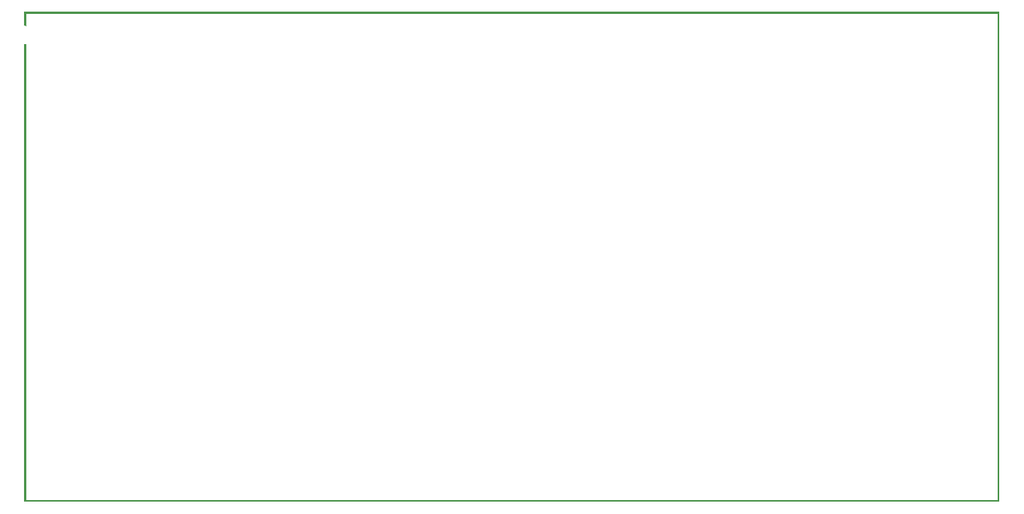
<source format=gbo>
G04 MADE WITH FRITZING*
G04 WWW.FRITZING.ORG*
G04 DOUBLE SIDED*
G04 HOLES PLATED*
G04 CONTOUR ON CENTER OF CONTOUR VECTOR*
%ASAXBY*%
%FSLAX23Y23*%
%MOIN*%
%OFA0B0*%
%SFA1.0B1.0*%
%ADD10R,0.001000X0.001000*%
%LNSILK0*%
G90*
G70*
G54D10*
X0Y2109D02*
X4195Y2109D01*
X0Y2108D02*
X4195Y2108D01*
X0Y2107D02*
X4195Y2107D01*
X0Y2106D02*
X4195Y2106D01*
X0Y2105D02*
X4195Y2105D01*
X0Y2104D02*
X4195Y2104D01*
X0Y2103D02*
X4195Y2103D01*
X0Y2102D02*
X4195Y2102D01*
X0Y2101D02*
X7Y2101D01*
X4188Y2101D02*
X4195Y2101D01*
X0Y2100D02*
X7Y2100D01*
X4188Y2100D02*
X4195Y2100D01*
X0Y2099D02*
X7Y2099D01*
X4188Y2099D02*
X4195Y2099D01*
X0Y2098D02*
X7Y2098D01*
X4188Y2098D02*
X4195Y2098D01*
X0Y2097D02*
X7Y2097D01*
X4188Y2097D02*
X4195Y2097D01*
X0Y2096D02*
X7Y2096D01*
X4188Y2096D02*
X4195Y2096D01*
X0Y2095D02*
X7Y2095D01*
X4188Y2095D02*
X4195Y2095D01*
X0Y2094D02*
X7Y2094D01*
X4188Y2094D02*
X4195Y2094D01*
X0Y2093D02*
X7Y2093D01*
X4188Y2093D02*
X4195Y2093D01*
X0Y2092D02*
X7Y2092D01*
X4188Y2092D02*
X4195Y2092D01*
X0Y2091D02*
X7Y2091D01*
X4188Y2091D02*
X4195Y2091D01*
X0Y2090D02*
X7Y2090D01*
X4188Y2090D02*
X4195Y2090D01*
X0Y2089D02*
X7Y2089D01*
X4188Y2089D02*
X4195Y2089D01*
X0Y2088D02*
X7Y2088D01*
X4188Y2088D02*
X4195Y2088D01*
X0Y2087D02*
X7Y2087D01*
X4188Y2087D02*
X4195Y2087D01*
X0Y2086D02*
X7Y2086D01*
X4188Y2086D02*
X4195Y2086D01*
X0Y2085D02*
X7Y2085D01*
X4188Y2085D02*
X4195Y2085D01*
X0Y2084D02*
X7Y2084D01*
X4188Y2084D02*
X4195Y2084D01*
X0Y2083D02*
X7Y2083D01*
X4188Y2083D02*
X4195Y2083D01*
X0Y2082D02*
X7Y2082D01*
X4188Y2082D02*
X4195Y2082D01*
X0Y2081D02*
X7Y2081D01*
X4188Y2081D02*
X4195Y2081D01*
X0Y2080D02*
X7Y2080D01*
X4188Y2080D02*
X4195Y2080D01*
X0Y2079D02*
X7Y2079D01*
X4188Y2079D02*
X4195Y2079D01*
X0Y2078D02*
X7Y2078D01*
X4188Y2078D02*
X4195Y2078D01*
X0Y2077D02*
X7Y2077D01*
X4188Y2077D02*
X4195Y2077D01*
X0Y2076D02*
X7Y2076D01*
X4188Y2076D02*
X4195Y2076D01*
X0Y2075D02*
X7Y2075D01*
X4188Y2075D02*
X4195Y2075D01*
X0Y2074D02*
X7Y2074D01*
X4188Y2074D02*
X4195Y2074D01*
X0Y2073D02*
X7Y2073D01*
X4188Y2073D02*
X4195Y2073D01*
X0Y2072D02*
X7Y2072D01*
X4188Y2072D02*
X4195Y2072D01*
X0Y2071D02*
X7Y2071D01*
X4188Y2071D02*
X4195Y2071D01*
X0Y2070D02*
X7Y2070D01*
X4188Y2070D02*
X4195Y2070D01*
X0Y2069D02*
X7Y2069D01*
X4188Y2069D02*
X4195Y2069D01*
X0Y2068D02*
X7Y2068D01*
X4188Y2068D02*
X4195Y2068D01*
X0Y2067D02*
X7Y2067D01*
X4188Y2067D02*
X4195Y2067D01*
X0Y2066D02*
X7Y2066D01*
X4188Y2066D02*
X4195Y2066D01*
X0Y2065D02*
X7Y2065D01*
X4188Y2065D02*
X4195Y2065D01*
X0Y2064D02*
X7Y2064D01*
X4188Y2064D02*
X4195Y2064D01*
X0Y2063D02*
X7Y2063D01*
X4188Y2063D02*
X4195Y2063D01*
X0Y2062D02*
X7Y2062D01*
X4188Y2062D02*
X4195Y2062D01*
X0Y2061D02*
X7Y2061D01*
X4188Y2061D02*
X4195Y2061D01*
X0Y2060D02*
X7Y2060D01*
X4188Y2060D02*
X4195Y2060D01*
X0Y2059D02*
X7Y2059D01*
X4188Y2059D02*
X4195Y2059D01*
X0Y2058D02*
X7Y2058D01*
X4188Y2058D02*
X4195Y2058D01*
X0Y2057D02*
X7Y2057D01*
X4188Y2057D02*
X4195Y2057D01*
X0Y2056D02*
X7Y2056D01*
X4188Y2056D02*
X4195Y2056D01*
X0Y2055D02*
X7Y2055D01*
X4188Y2055D02*
X4195Y2055D01*
X0Y2054D02*
X7Y2054D01*
X4188Y2054D02*
X4195Y2054D01*
X0Y2053D02*
X7Y2053D01*
X4188Y2053D02*
X4195Y2053D01*
X0Y2052D02*
X7Y2052D01*
X4188Y2052D02*
X4195Y2052D01*
X0Y2051D02*
X7Y2051D01*
X4188Y2051D02*
X4195Y2051D01*
X2Y2050D02*
X7Y2050D01*
X4188Y2050D02*
X4195Y2050D01*
X5Y2049D02*
X7Y2049D01*
X4188Y2049D02*
X4195Y2049D01*
X7Y2048D02*
X7Y2048D01*
X4188Y2048D02*
X4195Y2048D01*
X4188Y2047D02*
X4195Y2047D01*
X4188Y2046D02*
X4195Y2046D01*
X4188Y2045D02*
X4195Y2045D01*
X4188Y2044D02*
X4195Y2044D01*
X4188Y2043D02*
X4195Y2043D01*
X4188Y2042D02*
X4195Y2042D01*
X4188Y2041D02*
X4195Y2041D01*
X4188Y2040D02*
X4195Y2040D01*
X4188Y2039D02*
X4195Y2039D01*
X4188Y2038D02*
X4195Y2038D01*
X4188Y2037D02*
X4195Y2037D01*
X4188Y2036D02*
X4195Y2036D01*
X4188Y2035D02*
X4195Y2035D01*
X4188Y2034D02*
X4195Y2034D01*
X4188Y2033D02*
X4195Y2033D01*
X4188Y2032D02*
X4195Y2032D01*
X4188Y2031D02*
X4195Y2031D01*
X4188Y2030D02*
X4195Y2030D01*
X4188Y2029D02*
X4195Y2029D01*
X4188Y2028D02*
X4195Y2028D01*
X4188Y2027D02*
X4195Y2027D01*
X4188Y2026D02*
X4195Y2026D01*
X4188Y2025D02*
X4195Y2025D01*
X4188Y2024D02*
X4195Y2024D01*
X4188Y2023D02*
X4195Y2023D01*
X4188Y2022D02*
X4195Y2022D01*
X4188Y2021D02*
X4195Y2021D01*
X4188Y2020D02*
X4195Y2020D01*
X4188Y2019D02*
X4195Y2019D01*
X4188Y2018D02*
X4195Y2018D01*
X4188Y2017D02*
X4195Y2017D01*
X4188Y2016D02*
X4195Y2016D01*
X4188Y2015D02*
X4195Y2015D01*
X4188Y2014D02*
X4195Y2014D01*
X4188Y2013D02*
X4195Y2013D01*
X4188Y2012D02*
X4195Y2012D01*
X4188Y2011D02*
X4195Y2011D01*
X4188Y2010D02*
X4195Y2010D01*
X4188Y2009D02*
X4195Y2009D01*
X4188Y2008D02*
X4195Y2008D01*
X4188Y2007D02*
X4195Y2007D01*
X4188Y2006D02*
X4195Y2006D01*
X4188Y2005D02*
X4195Y2005D01*
X4188Y2004D02*
X4195Y2004D01*
X4188Y2003D02*
X4195Y2003D01*
X4188Y2002D02*
X4195Y2002D01*
X4188Y2001D02*
X4195Y2001D01*
X4188Y2000D02*
X4195Y2000D01*
X4188Y1999D02*
X4195Y1999D01*
X4188Y1998D02*
X4195Y1998D01*
X4188Y1997D02*
X4195Y1997D01*
X4188Y1996D02*
X4195Y1996D01*
X4188Y1995D02*
X4195Y1995D01*
X4188Y1994D02*
X4195Y1994D01*
X4188Y1993D02*
X4195Y1993D01*
X4188Y1992D02*
X4195Y1992D01*
X4188Y1991D02*
X4195Y1991D01*
X4188Y1990D02*
X4195Y1990D01*
X4188Y1989D02*
X4195Y1989D01*
X4188Y1988D02*
X4195Y1988D01*
X4188Y1987D02*
X4195Y1987D01*
X4188Y1986D02*
X4195Y1986D01*
X4188Y1985D02*
X4195Y1985D01*
X4188Y1984D02*
X4195Y1984D01*
X4188Y1983D02*
X4195Y1983D01*
X4188Y1982D02*
X4195Y1982D01*
X4188Y1981D02*
X4195Y1981D01*
X4188Y1980D02*
X4195Y1980D01*
X4188Y1979D02*
X4195Y1979D01*
X4188Y1978D02*
X4195Y1978D01*
X4188Y1977D02*
X4195Y1977D01*
X4188Y1976D02*
X4195Y1976D01*
X4188Y1975D02*
X4195Y1975D01*
X4188Y1974D02*
X4195Y1974D01*
X4188Y1973D02*
X4195Y1973D01*
X6Y1972D02*
X7Y1972D01*
X4188Y1972D02*
X4195Y1972D01*
X4Y1971D02*
X7Y1971D01*
X4188Y1971D02*
X4195Y1971D01*
X0Y1970D02*
X7Y1970D01*
X4188Y1970D02*
X4195Y1970D01*
X0Y1969D02*
X7Y1969D01*
X4188Y1969D02*
X4195Y1969D01*
X0Y1968D02*
X7Y1968D01*
X4188Y1968D02*
X4195Y1968D01*
X0Y1967D02*
X7Y1967D01*
X4188Y1967D02*
X4195Y1967D01*
X0Y1966D02*
X7Y1966D01*
X4188Y1966D02*
X4195Y1966D01*
X0Y1965D02*
X7Y1965D01*
X4188Y1965D02*
X4195Y1965D01*
X0Y1964D02*
X7Y1964D01*
X4188Y1964D02*
X4195Y1964D01*
X0Y1963D02*
X7Y1963D01*
X4188Y1963D02*
X4195Y1963D01*
X0Y1962D02*
X7Y1962D01*
X4188Y1962D02*
X4195Y1962D01*
X0Y1961D02*
X7Y1961D01*
X4188Y1961D02*
X4195Y1961D01*
X0Y1960D02*
X7Y1960D01*
X4188Y1960D02*
X4195Y1960D01*
X0Y1959D02*
X7Y1959D01*
X4188Y1959D02*
X4195Y1959D01*
X0Y1958D02*
X7Y1958D01*
X4188Y1958D02*
X4195Y1958D01*
X0Y1957D02*
X7Y1957D01*
X4188Y1957D02*
X4195Y1957D01*
X0Y1956D02*
X7Y1956D01*
X4188Y1956D02*
X4195Y1956D01*
X0Y1955D02*
X7Y1955D01*
X4188Y1955D02*
X4195Y1955D01*
X0Y1954D02*
X7Y1954D01*
X4188Y1954D02*
X4195Y1954D01*
X0Y1953D02*
X7Y1953D01*
X4188Y1953D02*
X4195Y1953D01*
X0Y1952D02*
X7Y1952D01*
X4188Y1952D02*
X4195Y1952D01*
X0Y1951D02*
X7Y1951D01*
X4188Y1951D02*
X4195Y1951D01*
X0Y1950D02*
X7Y1950D01*
X4188Y1950D02*
X4195Y1950D01*
X0Y1949D02*
X7Y1949D01*
X4188Y1949D02*
X4195Y1949D01*
X0Y1948D02*
X7Y1948D01*
X4188Y1948D02*
X4195Y1948D01*
X0Y1947D02*
X7Y1947D01*
X4188Y1947D02*
X4195Y1947D01*
X0Y1946D02*
X7Y1946D01*
X4188Y1946D02*
X4195Y1946D01*
X0Y1945D02*
X7Y1945D01*
X4188Y1945D02*
X4195Y1945D01*
X0Y1944D02*
X7Y1944D01*
X4188Y1944D02*
X4195Y1944D01*
X0Y1943D02*
X7Y1943D01*
X4188Y1943D02*
X4195Y1943D01*
X0Y1942D02*
X7Y1942D01*
X4188Y1942D02*
X4195Y1942D01*
X0Y1941D02*
X7Y1941D01*
X4188Y1941D02*
X4195Y1941D01*
X0Y1940D02*
X7Y1940D01*
X4188Y1940D02*
X4195Y1940D01*
X0Y1939D02*
X7Y1939D01*
X4188Y1939D02*
X4195Y1939D01*
X0Y1938D02*
X7Y1938D01*
X4188Y1938D02*
X4195Y1938D01*
X0Y1937D02*
X7Y1937D01*
X4188Y1937D02*
X4195Y1937D01*
X0Y1936D02*
X7Y1936D01*
X4188Y1936D02*
X4195Y1936D01*
X0Y1935D02*
X7Y1935D01*
X4188Y1935D02*
X4195Y1935D01*
X0Y1934D02*
X7Y1934D01*
X4188Y1934D02*
X4195Y1934D01*
X0Y1933D02*
X7Y1933D01*
X4188Y1933D02*
X4195Y1933D01*
X0Y1932D02*
X7Y1932D01*
X4188Y1932D02*
X4195Y1932D01*
X0Y1931D02*
X7Y1931D01*
X4188Y1931D02*
X4195Y1931D01*
X0Y1930D02*
X7Y1930D01*
X4188Y1930D02*
X4195Y1930D01*
X0Y1929D02*
X7Y1929D01*
X4188Y1929D02*
X4195Y1929D01*
X0Y1928D02*
X7Y1928D01*
X4188Y1928D02*
X4195Y1928D01*
X0Y1927D02*
X7Y1927D01*
X4188Y1927D02*
X4195Y1927D01*
X0Y1926D02*
X7Y1926D01*
X4188Y1926D02*
X4195Y1926D01*
X0Y1925D02*
X7Y1925D01*
X4188Y1925D02*
X4195Y1925D01*
X0Y1924D02*
X7Y1924D01*
X4188Y1924D02*
X4195Y1924D01*
X0Y1923D02*
X7Y1923D01*
X4188Y1923D02*
X4195Y1923D01*
X0Y1922D02*
X7Y1922D01*
X4188Y1922D02*
X4195Y1922D01*
X0Y1921D02*
X7Y1921D01*
X4188Y1921D02*
X4195Y1921D01*
X0Y1920D02*
X7Y1920D01*
X4188Y1920D02*
X4195Y1920D01*
X0Y1919D02*
X7Y1919D01*
X4188Y1919D02*
X4195Y1919D01*
X0Y1918D02*
X7Y1918D01*
X4188Y1918D02*
X4195Y1918D01*
X0Y1917D02*
X7Y1917D01*
X4188Y1917D02*
X4195Y1917D01*
X0Y1916D02*
X7Y1916D01*
X4188Y1916D02*
X4195Y1916D01*
X0Y1915D02*
X7Y1915D01*
X4188Y1915D02*
X4195Y1915D01*
X0Y1914D02*
X7Y1914D01*
X4188Y1914D02*
X4195Y1914D01*
X0Y1913D02*
X7Y1913D01*
X4188Y1913D02*
X4195Y1913D01*
X0Y1912D02*
X7Y1912D01*
X4188Y1912D02*
X4195Y1912D01*
X0Y1911D02*
X7Y1911D01*
X4188Y1911D02*
X4195Y1911D01*
X0Y1910D02*
X7Y1910D01*
X4188Y1910D02*
X4195Y1910D01*
X0Y1909D02*
X7Y1909D01*
X4188Y1909D02*
X4195Y1909D01*
X0Y1908D02*
X7Y1908D01*
X4188Y1908D02*
X4195Y1908D01*
X0Y1907D02*
X7Y1907D01*
X4188Y1907D02*
X4195Y1907D01*
X0Y1906D02*
X7Y1906D01*
X4188Y1906D02*
X4195Y1906D01*
X0Y1905D02*
X7Y1905D01*
X4188Y1905D02*
X4195Y1905D01*
X0Y1904D02*
X7Y1904D01*
X4188Y1904D02*
X4195Y1904D01*
X0Y1903D02*
X7Y1903D01*
X4188Y1903D02*
X4195Y1903D01*
X0Y1902D02*
X7Y1902D01*
X4188Y1902D02*
X4195Y1902D01*
X0Y1901D02*
X7Y1901D01*
X4188Y1901D02*
X4195Y1901D01*
X0Y1900D02*
X7Y1900D01*
X4188Y1900D02*
X4195Y1900D01*
X0Y1899D02*
X7Y1899D01*
X4188Y1899D02*
X4195Y1899D01*
X0Y1898D02*
X7Y1898D01*
X4188Y1898D02*
X4195Y1898D01*
X0Y1897D02*
X7Y1897D01*
X4188Y1897D02*
X4195Y1897D01*
X0Y1896D02*
X7Y1896D01*
X4188Y1896D02*
X4195Y1896D01*
X0Y1895D02*
X7Y1895D01*
X4188Y1895D02*
X4195Y1895D01*
X0Y1894D02*
X7Y1894D01*
X4188Y1894D02*
X4195Y1894D01*
X0Y1893D02*
X7Y1893D01*
X4188Y1893D02*
X4195Y1893D01*
X0Y1892D02*
X7Y1892D01*
X4188Y1892D02*
X4195Y1892D01*
X0Y1891D02*
X7Y1891D01*
X4188Y1891D02*
X4195Y1891D01*
X0Y1890D02*
X7Y1890D01*
X4188Y1890D02*
X4195Y1890D01*
X0Y1889D02*
X7Y1889D01*
X4188Y1889D02*
X4195Y1889D01*
X0Y1888D02*
X7Y1888D01*
X4188Y1888D02*
X4195Y1888D01*
X0Y1887D02*
X7Y1887D01*
X4188Y1887D02*
X4195Y1887D01*
X0Y1886D02*
X7Y1886D01*
X4188Y1886D02*
X4195Y1886D01*
X0Y1885D02*
X7Y1885D01*
X4188Y1885D02*
X4195Y1885D01*
X0Y1884D02*
X7Y1884D01*
X4188Y1884D02*
X4195Y1884D01*
X0Y1883D02*
X7Y1883D01*
X4188Y1883D02*
X4195Y1883D01*
X0Y1882D02*
X7Y1882D01*
X4188Y1882D02*
X4195Y1882D01*
X0Y1881D02*
X7Y1881D01*
X4188Y1881D02*
X4195Y1881D01*
X0Y1880D02*
X7Y1880D01*
X4188Y1880D02*
X4195Y1880D01*
X0Y1879D02*
X7Y1879D01*
X4188Y1879D02*
X4195Y1879D01*
X0Y1878D02*
X7Y1878D01*
X4188Y1878D02*
X4195Y1878D01*
X0Y1877D02*
X7Y1877D01*
X4188Y1877D02*
X4195Y1877D01*
X0Y1876D02*
X7Y1876D01*
X4188Y1876D02*
X4195Y1876D01*
X0Y1875D02*
X7Y1875D01*
X4188Y1875D02*
X4195Y1875D01*
X0Y1874D02*
X7Y1874D01*
X4188Y1874D02*
X4195Y1874D01*
X0Y1873D02*
X7Y1873D01*
X4188Y1873D02*
X4195Y1873D01*
X0Y1872D02*
X7Y1872D01*
X4188Y1872D02*
X4195Y1872D01*
X0Y1871D02*
X7Y1871D01*
X4188Y1871D02*
X4195Y1871D01*
X0Y1870D02*
X7Y1870D01*
X4188Y1870D02*
X4195Y1870D01*
X0Y1869D02*
X7Y1869D01*
X4188Y1869D02*
X4195Y1869D01*
X0Y1868D02*
X7Y1868D01*
X4188Y1868D02*
X4195Y1868D01*
X0Y1867D02*
X7Y1867D01*
X4188Y1867D02*
X4195Y1867D01*
X0Y1866D02*
X7Y1866D01*
X4188Y1866D02*
X4195Y1866D01*
X0Y1865D02*
X7Y1865D01*
X4188Y1865D02*
X4195Y1865D01*
X0Y1864D02*
X7Y1864D01*
X4188Y1864D02*
X4195Y1864D01*
X0Y1863D02*
X7Y1863D01*
X4188Y1863D02*
X4195Y1863D01*
X0Y1862D02*
X7Y1862D01*
X4188Y1862D02*
X4195Y1862D01*
X0Y1861D02*
X7Y1861D01*
X4188Y1861D02*
X4195Y1861D01*
X0Y1860D02*
X7Y1860D01*
X4188Y1860D02*
X4195Y1860D01*
X0Y1859D02*
X7Y1859D01*
X4188Y1859D02*
X4195Y1859D01*
X0Y1858D02*
X7Y1858D01*
X4188Y1858D02*
X4195Y1858D01*
X0Y1857D02*
X7Y1857D01*
X4188Y1857D02*
X4195Y1857D01*
X0Y1856D02*
X7Y1856D01*
X4188Y1856D02*
X4195Y1856D01*
X0Y1855D02*
X7Y1855D01*
X4188Y1855D02*
X4195Y1855D01*
X0Y1854D02*
X7Y1854D01*
X4188Y1854D02*
X4195Y1854D01*
X0Y1853D02*
X7Y1853D01*
X4188Y1853D02*
X4195Y1853D01*
X0Y1852D02*
X7Y1852D01*
X4188Y1852D02*
X4195Y1852D01*
X0Y1851D02*
X7Y1851D01*
X4188Y1851D02*
X4195Y1851D01*
X0Y1850D02*
X7Y1850D01*
X4188Y1850D02*
X4195Y1850D01*
X0Y1849D02*
X7Y1849D01*
X4188Y1849D02*
X4195Y1849D01*
X0Y1848D02*
X7Y1848D01*
X4188Y1848D02*
X4195Y1848D01*
X0Y1847D02*
X7Y1847D01*
X4188Y1847D02*
X4195Y1847D01*
X0Y1846D02*
X7Y1846D01*
X4188Y1846D02*
X4195Y1846D01*
X0Y1845D02*
X7Y1845D01*
X4188Y1845D02*
X4195Y1845D01*
X0Y1844D02*
X7Y1844D01*
X4188Y1844D02*
X4195Y1844D01*
X0Y1843D02*
X7Y1843D01*
X4188Y1843D02*
X4195Y1843D01*
X0Y1842D02*
X7Y1842D01*
X4188Y1842D02*
X4195Y1842D01*
X0Y1841D02*
X7Y1841D01*
X4188Y1841D02*
X4195Y1841D01*
X0Y1840D02*
X7Y1840D01*
X4188Y1840D02*
X4195Y1840D01*
X0Y1839D02*
X7Y1839D01*
X4188Y1839D02*
X4195Y1839D01*
X0Y1838D02*
X7Y1838D01*
X4188Y1838D02*
X4195Y1838D01*
X0Y1837D02*
X7Y1837D01*
X4188Y1837D02*
X4195Y1837D01*
X0Y1836D02*
X7Y1836D01*
X4188Y1836D02*
X4195Y1836D01*
X0Y1835D02*
X7Y1835D01*
X4188Y1835D02*
X4195Y1835D01*
X0Y1834D02*
X7Y1834D01*
X4188Y1834D02*
X4195Y1834D01*
X0Y1833D02*
X7Y1833D01*
X4188Y1833D02*
X4195Y1833D01*
X0Y1832D02*
X7Y1832D01*
X4188Y1832D02*
X4195Y1832D01*
X0Y1831D02*
X7Y1831D01*
X4188Y1831D02*
X4195Y1831D01*
X0Y1830D02*
X7Y1830D01*
X4188Y1830D02*
X4195Y1830D01*
X0Y1829D02*
X7Y1829D01*
X4188Y1829D02*
X4195Y1829D01*
X0Y1828D02*
X7Y1828D01*
X4188Y1828D02*
X4195Y1828D01*
X0Y1827D02*
X7Y1827D01*
X4188Y1827D02*
X4195Y1827D01*
X0Y1826D02*
X7Y1826D01*
X4188Y1826D02*
X4195Y1826D01*
X0Y1825D02*
X7Y1825D01*
X4188Y1825D02*
X4195Y1825D01*
X0Y1824D02*
X7Y1824D01*
X4188Y1824D02*
X4195Y1824D01*
X0Y1823D02*
X7Y1823D01*
X4188Y1823D02*
X4195Y1823D01*
X0Y1822D02*
X7Y1822D01*
X4188Y1822D02*
X4195Y1822D01*
X0Y1821D02*
X7Y1821D01*
X4188Y1821D02*
X4195Y1821D01*
X0Y1820D02*
X7Y1820D01*
X4188Y1820D02*
X4195Y1820D01*
X0Y1819D02*
X7Y1819D01*
X4188Y1819D02*
X4195Y1819D01*
X0Y1818D02*
X7Y1818D01*
X4188Y1818D02*
X4195Y1818D01*
X0Y1817D02*
X7Y1817D01*
X4188Y1817D02*
X4195Y1817D01*
X0Y1816D02*
X7Y1816D01*
X4188Y1816D02*
X4195Y1816D01*
X0Y1815D02*
X7Y1815D01*
X4188Y1815D02*
X4195Y1815D01*
X0Y1814D02*
X7Y1814D01*
X4188Y1814D02*
X4195Y1814D01*
X0Y1813D02*
X7Y1813D01*
X4188Y1813D02*
X4195Y1813D01*
X0Y1812D02*
X7Y1812D01*
X4188Y1812D02*
X4195Y1812D01*
X0Y1811D02*
X7Y1811D01*
X4188Y1811D02*
X4195Y1811D01*
X0Y1810D02*
X7Y1810D01*
X4188Y1810D02*
X4195Y1810D01*
X0Y1809D02*
X7Y1809D01*
X4188Y1809D02*
X4195Y1809D01*
X0Y1808D02*
X7Y1808D01*
X4188Y1808D02*
X4195Y1808D01*
X0Y1807D02*
X7Y1807D01*
X4188Y1807D02*
X4195Y1807D01*
X0Y1806D02*
X7Y1806D01*
X4188Y1806D02*
X4195Y1806D01*
X0Y1805D02*
X7Y1805D01*
X4188Y1805D02*
X4195Y1805D01*
X0Y1804D02*
X7Y1804D01*
X4188Y1804D02*
X4195Y1804D01*
X0Y1803D02*
X7Y1803D01*
X4188Y1803D02*
X4195Y1803D01*
X0Y1802D02*
X7Y1802D01*
X4188Y1802D02*
X4195Y1802D01*
X0Y1801D02*
X7Y1801D01*
X4188Y1801D02*
X4195Y1801D01*
X0Y1800D02*
X7Y1800D01*
X4188Y1800D02*
X4195Y1800D01*
X0Y1799D02*
X7Y1799D01*
X4188Y1799D02*
X4195Y1799D01*
X0Y1798D02*
X7Y1798D01*
X4188Y1798D02*
X4195Y1798D01*
X0Y1797D02*
X7Y1797D01*
X4188Y1797D02*
X4195Y1797D01*
X0Y1796D02*
X7Y1796D01*
X4188Y1796D02*
X4195Y1796D01*
X0Y1795D02*
X7Y1795D01*
X4188Y1795D02*
X4195Y1795D01*
X0Y1794D02*
X7Y1794D01*
X4188Y1794D02*
X4195Y1794D01*
X0Y1793D02*
X7Y1793D01*
X4188Y1793D02*
X4195Y1793D01*
X0Y1792D02*
X7Y1792D01*
X4188Y1792D02*
X4195Y1792D01*
X0Y1791D02*
X7Y1791D01*
X4188Y1791D02*
X4195Y1791D01*
X0Y1790D02*
X7Y1790D01*
X4188Y1790D02*
X4195Y1790D01*
X0Y1789D02*
X7Y1789D01*
X4188Y1789D02*
X4195Y1789D01*
X0Y1788D02*
X7Y1788D01*
X4188Y1788D02*
X4195Y1788D01*
X0Y1787D02*
X7Y1787D01*
X4188Y1787D02*
X4195Y1787D01*
X0Y1786D02*
X7Y1786D01*
X4188Y1786D02*
X4195Y1786D01*
X0Y1785D02*
X7Y1785D01*
X4188Y1785D02*
X4195Y1785D01*
X0Y1784D02*
X7Y1784D01*
X4188Y1784D02*
X4195Y1784D01*
X0Y1783D02*
X7Y1783D01*
X4188Y1783D02*
X4195Y1783D01*
X0Y1782D02*
X7Y1782D01*
X4188Y1782D02*
X4195Y1782D01*
X0Y1781D02*
X7Y1781D01*
X4188Y1781D02*
X4195Y1781D01*
X0Y1780D02*
X7Y1780D01*
X4188Y1780D02*
X4195Y1780D01*
X0Y1779D02*
X7Y1779D01*
X4188Y1779D02*
X4195Y1779D01*
X0Y1778D02*
X7Y1778D01*
X4188Y1778D02*
X4195Y1778D01*
X0Y1777D02*
X7Y1777D01*
X4188Y1777D02*
X4195Y1777D01*
X0Y1776D02*
X7Y1776D01*
X4188Y1776D02*
X4195Y1776D01*
X0Y1775D02*
X7Y1775D01*
X4188Y1775D02*
X4195Y1775D01*
X0Y1774D02*
X7Y1774D01*
X4188Y1774D02*
X4195Y1774D01*
X0Y1773D02*
X7Y1773D01*
X4188Y1773D02*
X4195Y1773D01*
X0Y1772D02*
X7Y1772D01*
X4188Y1772D02*
X4195Y1772D01*
X0Y1771D02*
X7Y1771D01*
X4188Y1771D02*
X4195Y1771D01*
X0Y1770D02*
X7Y1770D01*
X4188Y1770D02*
X4195Y1770D01*
X0Y1769D02*
X7Y1769D01*
X4188Y1769D02*
X4195Y1769D01*
X0Y1768D02*
X7Y1768D01*
X4188Y1768D02*
X4195Y1768D01*
X0Y1767D02*
X7Y1767D01*
X4188Y1767D02*
X4195Y1767D01*
X0Y1766D02*
X7Y1766D01*
X4188Y1766D02*
X4195Y1766D01*
X0Y1765D02*
X7Y1765D01*
X4188Y1765D02*
X4195Y1765D01*
X0Y1764D02*
X7Y1764D01*
X4188Y1764D02*
X4195Y1764D01*
X0Y1763D02*
X7Y1763D01*
X4188Y1763D02*
X4195Y1763D01*
X0Y1762D02*
X7Y1762D01*
X4188Y1762D02*
X4195Y1762D01*
X0Y1761D02*
X7Y1761D01*
X4188Y1761D02*
X4195Y1761D01*
X0Y1760D02*
X7Y1760D01*
X4188Y1760D02*
X4195Y1760D01*
X0Y1759D02*
X7Y1759D01*
X4188Y1759D02*
X4195Y1759D01*
X0Y1758D02*
X7Y1758D01*
X4188Y1758D02*
X4195Y1758D01*
X0Y1757D02*
X7Y1757D01*
X4188Y1757D02*
X4195Y1757D01*
X0Y1756D02*
X7Y1756D01*
X4188Y1756D02*
X4195Y1756D01*
X0Y1755D02*
X7Y1755D01*
X4188Y1755D02*
X4195Y1755D01*
X0Y1754D02*
X7Y1754D01*
X4188Y1754D02*
X4195Y1754D01*
X0Y1753D02*
X7Y1753D01*
X4188Y1753D02*
X4195Y1753D01*
X0Y1752D02*
X7Y1752D01*
X4188Y1752D02*
X4195Y1752D01*
X0Y1751D02*
X7Y1751D01*
X4188Y1751D02*
X4195Y1751D01*
X0Y1750D02*
X7Y1750D01*
X4188Y1750D02*
X4195Y1750D01*
X0Y1749D02*
X7Y1749D01*
X4188Y1749D02*
X4195Y1749D01*
X0Y1748D02*
X7Y1748D01*
X4188Y1748D02*
X4195Y1748D01*
X0Y1747D02*
X7Y1747D01*
X4188Y1747D02*
X4195Y1747D01*
X0Y1746D02*
X7Y1746D01*
X4188Y1746D02*
X4195Y1746D01*
X0Y1745D02*
X7Y1745D01*
X4188Y1745D02*
X4195Y1745D01*
X0Y1744D02*
X7Y1744D01*
X4188Y1744D02*
X4195Y1744D01*
X0Y1743D02*
X7Y1743D01*
X4188Y1743D02*
X4195Y1743D01*
X0Y1742D02*
X7Y1742D01*
X4188Y1742D02*
X4195Y1742D01*
X0Y1741D02*
X7Y1741D01*
X4188Y1741D02*
X4195Y1741D01*
X0Y1740D02*
X7Y1740D01*
X4188Y1740D02*
X4195Y1740D01*
X0Y1739D02*
X7Y1739D01*
X4188Y1739D02*
X4195Y1739D01*
X0Y1738D02*
X7Y1738D01*
X4188Y1738D02*
X4195Y1738D01*
X0Y1737D02*
X7Y1737D01*
X4188Y1737D02*
X4195Y1737D01*
X0Y1736D02*
X7Y1736D01*
X4188Y1736D02*
X4195Y1736D01*
X0Y1735D02*
X7Y1735D01*
X4188Y1735D02*
X4195Y1735D01*
X0Y1734D02*
X7Y1734D01*
X4188Y1734D02*
X4195Y1734D01*
X0Y1733D02*
X7Y1733D01*
X4188Y1733D02*
X4195Y1733D01*
X0Y1732D02*
X7Y1732D01*
X4188Y1732D02*
X4195Y1732D01*
X0Y1731D02*
X7Y1731D01*
X4188Y1731D02*
X4195Y1731D01*
X0Y1730D02*
X7Y1730D01*
X4188Y1730D02*
X4195Y1730D01*
X0Y1729D02*
X7Y1729D01*
X4188Y1729D02*
X4195Y1729D01*
X0Y1728D02*
X7Y1728D01*
X4188Y1728D02*
X4195Y1728D01*
X0Y1727D02*
X7Y1727D01*
X4188Y1727D02*
X4195Y1727D01*
X0Y1726D02*
X7Y1726D01*
X4188Y1726D02*
X4195Y1726D01*
X0Y1725D02*
X7Y1725D01*
X4188Y1725D02*
X4195Y1725D01*
X0Y1724D02*
X7Y1724D01*
X4188Y1724D02*
X4195Y1724D01*
X0Y1723D02*
X7Y1723D01*
X4188Y1723D02*
X4195Y1723D01*
X0Y1722D02*
X7Y1722D01*
X4188Y1722D02*
X4195Y1722D01*
X0Y1721D02*
X7Y1721D01*
X4188Y1721D02*
X4195Y1721D01*
X0Y1720D02*
X7Y1720D01*
X4188Y1720D02*
X4195Y1720D01*
X0Y1719D02*
X7Y1719D01*
X4188Y1719D02*
X4195Y1719D01*
X0Y1718D02*
X7Y1718D01*
X4188Y1718D02*
X4195Y1718D01*
X0Y1717D02*
X7Y1717D01*
X4188Y1717D02*
X4195Y1717D01*
X0Y1716D02*
X7Y1716D01*
X4188Y1716D02*
X4195Y1716D01*
X0Y1715D02*
X7Y1715D01*
X4188Y1715D02*
X4195Y1715D01*
X0Y1714D02*
X7Y1714D01*
X4188Y1714D02*
X4195Y1714D01*
X0Y1713D02*
X7Y1713D01*
X4188Y1713D02*
X4195Y1713D01*
X0Y1712D02*
X7Y1712D01*
X4188Y1712D02*
X4195Y1712D01*
X0Y1711D02*
X7Y1711D01*
X4188Y1711D02*
X4195Y1711D01*
X0Y1710D02*
X7Y1710D01*
X4188Y1710D02*
X4195Y1710D01*
X0Y1709D02*
X7Y1709D01*
X4188Y1709D02*
X4195Y1709D01*
X0Y1708D02*
X7Y1708D01*
X4188Y1708D02*
X4195Y1708D01*
X0Y1707D02*
X7Y1707D01*
X4188Y1707D02*
X4195Y1707D01*
X0Y1706D02*
X7Y1706D01*
X4188Y1706D02*
X4195Y1706D01*
X0Y1705D02*
X7Y1705D01*
X4188Y1705D02*
X4195Y1705D01*
X0Y1704D02*
X7Y1704D01*
X4188Y1704D02*
X4195Y1704D01*
X0Y1703D02*
X7Y1703D01*
X4188Y1703D02*
X4195Y1703D01*
X0Y1702D02*
X7Y1702D01*
X4188Y1702D02*
X4195Y1702D01*
X0Y1701D02*
X7Y1701D01*
X4188Y1701D02*
X4195Y1701D01*
X0Y1700D02*
X7Y1700D01*
X4188Y1700D02*
X4195Y1700D01*
X0Y1699D02*
X7Y1699D01*
X4188Y1699D02*
X4195Y1699D01*
X0Y1698D02*
X7Y1698D01*
X4188Y1698D02*
X4195Y1698D01*
X0Y1697D02*
X7Y1697D01*
X4188Y1697D02*
X4195Y1697D01*
X0Y1696D02*
X7Y1696D01*
X4188Y1696D02*
X4195Y1696D01*
X0Y1695D02*
X7Y1695D01*
X4188Y1695D02*
X4195Y1695D01*
X0Y1694D02*
X7Y1694D01*
X4188Y1694D02*
X4195Y1694D01*
X0Y1693D02*
X7Y1693D01*
X4188Y1693D02*
X4195Y1693D01*
X0Y1692D02*
X7Y1692D01*
X4188Y1692D02*
X4195Y1692D01*
X0Y1691D02*
X7Y1691D01*
X4188Y1691D02*
X4195Y1691D01*
X0Y1690D02*
X7Y1690D01*
X4188Y1690D02*
X4195Y1690D01*
X0Y1689D02*
X7Y1689D01*
X4188Y1689D02*
X4195Y1689D01*
X0Y1688D02*
X7Y1688D01*
X4188Y1688D02*
X4195Y1688D01*
X0Y1687D02*
X7Y1687D01*
X4188Y1687D02*
X4195Y1687D01*
X0Y1686D02*
X7Y1686D01*
X4188Y1686D02*
X4195Y1686D01*
X0Y1685D02*
X7Y1685D01*
X4188Y1685D02*
X4195Y1685D01*
X0Y1684D02*
X7Y1684D01*
X4188Y1684D02*
X4195Y1684D01*
X0Y1683D02*
X7Y1683D01*
X4188Y1683D02*
X4195Y1683D01*
X0Y1682D02*
X7Y1682D01*
X4188Y1682D02*
X4195Y1682D01*
X0Y1681D02*
X7Y1681D01*
X4188Y1681D02*
X4195Y1681D01*
X0Y1680D02*
X7Y1680D01*
X4188Y1680D02*
X4195Y1680D01*
X0Y1679D02*
X7Y1679D01*
X4188Y1679D02*
X4195Y1679D01*
X0Y1678D02*
X7Y1678D01*
X4188Y1678D02*
X4195Y1678D01*
X0Y1677D02*
X7Y1677D01*
X4188Y1677D02*
X4195Y1677D01*
X0Y1676D02*
X7Y1676D01*
X4188Y1676D02*
X4195Y1676D01*
X0Y1675D02*
X7Y1675D01*
X4188Y1675D02*
X4195Y1675D01*
X0Y1674D02*
X7Y1674D01*
X4188Y1674D02*
X4195Y1674D01*
X0Y1673D02*
X7Y1673D01*
X4188Y1673D02*
X4195Y1673D01*
X0Y1672D02*
X7Y1672D01*
X4188Y1672D02*
X4195Y1672D01*
X0Y1671D02*
X7Y1671D01*
X4188Y1671D02*
X4195Y1671D01*
X0Y1670D02*
X7Y1670D01*
X4188Y1670D02*
X4195Y1670D01*
X0Y1669D02*
X7Y1669D01*
X4188Y1669D02*
X4195Y1669D01*
X0Y1668D02*
X7Y1668D01*
X4188Y1668D02*
X4195Y1668D01*
X0Y1667D02*
X7Y1667D01*
X4188Y1667D02*
X4195Y1667D01*
X0Y1666D02*
X7Y1666D01*
X4188Y1666D02*
X4195Y1666D01*
X0Y1665D02*
X7Y1665D01*
X4188Y1665D02*
X4195Y1665D01*
X0Y1664D02*
X7Y1664D01*
X4188Y1664D02*
X4195Y1664D01*
X0Y1663D02*
X7Y1663D01*
X4188Y1663D02*
X4195Y1663D01*
X0Y1662D02*
X7Y1662D01*
X4188Y1662D02*
X4195Y1662D01*
X0Y1661D02*
X7Y1661D01*
X4188Y1661D02*
X4195Y1661D01*
X0Y1660D02*
X7Y1660D01*
X4188Y1660D02*
X4195Y1660D01*
X0Y1659D02*
X7Y1659D01*
X4188Y1659D02*
X4195Y1659D01*
X0Y1658D02*
X7Y1658D01*
X4188Y1658D02*
X4195Y1658D01*
X0Y1657D02*
X7Y1657D01*
X4188Y1657D02*
X4195Y1657D01*
X0Y1656D02*
X7Y1656D01*
X4188Y1656D02*
X4195Y1656D01*
X0Y1655D02*
X7Y1655D01*
X4188Y1655D02*
X4195Y1655D01*
X0Y1654D02*
X7Y1654D01*
X4188Y1654D02*
X4195Y1654D01*
X0Y1653D02*
X7Y1653D01*
X4188Y1653D02*
X4195Y1653D01*
X0Y1652D02*
X7Y1652D01*
X4188Y1652D02*
X4195Y1652D01*
X0Y1651D02*
X7Y1651D01*
X4188Y1651D02*
X4195Y1651D01*
X0Y1650D02*
X7Y1650D01*
X4188Y1650D02*
X4195Y1650D01*
X0Y1649D02*
X7Y1649D01*
X4188Y1649D02*
X4195Y1649D01*
X0Y1648D02*
X7Y1648D01*
X4188Y1648D02*
X4195Y1648D01*
X0Y1647D02*
X7Y1647D01*
X4188Y1647D02*
X4195Y1647D01*
X0Y1646D02*
X7Y1646D01*
X4188Y1646D02*
X4195Y1646D01*
X0Y1645D02*
X7Y1645D01*
X4188Y1645D02*
X4195Y1645D01*
X0Y1644D02*
X7Y1644D01*
X4188Y1644D02*
X4195Y1644D01*
X0Y1643D02*
X7Y1643D01*
X4188Y1643D02*
X4195Y1643D01*
X0Y1642D02*
X7Y1642D01*
X4188Y1642D02*
X4195Y1642D01*
X0Y1641D02*
X7Y1641D01*
X4188Y1641D02*
X4195Y1641D01*
X0Y1640D02*
X7Y1640D01*
X4188Y1640D02*
X4195Y1640D01*
X0Y1639D02*
X7Y1639D01*
X4188Y1639D02*
X4195Y1639D01*
X0Y1638D02*
X7Y1638D01*
X4188Y1638D02*
X4195Y1638D01*
X0Y1637D02*
X7Y1637D01*
X4188Y1637D02*
X4195Y1637D01*
X0Y1636D02*
X7Y1636D01*
X4188Y1636D02*
X4195Y1636D01*
X0Y1635D02*
X7Y1635D01*
X4188Y1635D02*
X4195Y1635D01*
X0Y1634D02*
X7Y1634D01*
X4188Y1634D02*
X4195Y1634D01*
X0Y1633D02*
X7Y1633D01*
X4188Y1633D02*
X4195Y1633D01*
X0Y1632D02*
X7Y1632D01*
X4188Y1632D02*
X4195Y1632D01*
X0Y1631D02*
X7Y1631D01*
X4188Y1631D02*
X4195Y1631D01*
X0Y1630D02*
X7Y1630D01*
X4188Y1630D02*
X4195Y1630D01*
X0Y1629D02*
X7Y1629D01*
X4188Y1629D02*
X4195Y1629D01*
X0Y1628D02*
X7Y1628D01*
X4188Y1628D02*
X4195Y1628D01*
X0Y1627D02*
X7Y1627D01*
X4188Y1627D02*
X4195Y1627D01*
X0Y1626D02*
X7Y1626D01*
X4188Y1626D02*
X4195Y1626D01*
X0Y1625D02*
X7Y1625D01*
X4188Y1625D02*
X4195Y1625D01*
X0Y1624D02*
X7Y1624D01*
X4188Y1624D02*
X4195Y1624D01*
X0Y1623D02*
X7Y1623D01*
X4188Y1623D02*
X4195Y1623D01*
X0Y1622D02*
X7Y1622D01*
X4188Y1622D02*
X4195Y1622D01*
X0Y1621D02*
X7Y1621D01*
X4188Y1621D02*
X4195Y1621D01*
X0Y1620D02*
X7Y1620D01*
X4188Y1620D02*
X4195Y1620D01*
X0Y1619D02*
X7Y1619D01*
X4188Y1619D02*
X4195Y1619D01*
X0Y1618D02*
X7Y1618D01*
X4188Y1618D02*
X4195Y1618D01*
X0Y1617D02*
X7Y1617D01*
X4188Y1617D02*
X4195Y1617D01*
X0Y1616D02*
X7Y1616D01*
X4188Y1616D02*
X4195Y1616D01*
X0Y1615D02*
X7Y1615D01*
X4188Y1615D02*
X4195Y1615D01*
X0Y1614D02*
X7Y1614D01*
X4188Y1614D02*
X4195Y1614D01*
X0Y1613D02*
X7Y1613D01*
X4188Y1613D02*
X4195Y1613D01*
X0Y1612D02*
X7Y1612D01*
X4188Y1612D02*
X4195Y1612D01*
X0Y1611D02*
X7Y1611D01*
X4188Y1611D02*
X4195Y1611D01*
X0Y1610D02*
X7Y1610D01*
X4188Y1610D02*
X4195Y1610D01*
X0Y1609D02*
X7Y1609D01*
X4188Y1609D02*
X4195Y1609D01*
X0Y1608D02*
X7Y1608D01*
X4188Y1608D02*
X4195Y1608D01*
X0Y1607D02*
X7Y1607D01*
X4188Y1607D02*
X4195Y1607D01*
X0Y1606D02*
X7Y1606D01*
X4188Y1606D02*
X4195Y1606D01*
X0Y1605D02*
X7Y1605D01*
X4188Y1605D02*
X4195Y1605D01*
X0Y1604D02*
X7Y1604D01*
X4188Y1604D02*
X4195Y1604D01*
X0Y1603D02*
X7Y1603D01*
X4188Y1603D02*
X4195Y1603D01*
X0Y1602D02*
X7Y1602D01*
X4188Y1602D02*
X4195Y1602D01*
X0Y1601D02*
X7Y1601D01*
X4188Y1601D02*
X4195Y1601D01*
X0Y1600D02*
X7Y1600D01*
X4188Y1600D02*
X4195Y1600D01*
X0Y1599D02*
X7Y1599D01*
X4188Y1599D02*
X4195Y1599D01*
X0Y1598D02*
X7Y1598D01*
X4188Y1598D02*
X4195Y1598D01*
X0Y1597D02*
X7Y1597D01*
X4188Y1597D02*
X4195Y1597D01*
X0Y1596D02*
X7Y1596D01*
X4188Y1596D02*
X4195Y1596D01*
X0Y1595D02*
X7Y1595D01*
X4188Y1595D02*
X4195Y1595D01*
X0Y1594D02*
X7Y1594D01*
X4188Y1594D02*
X4195Y1594D01*
X0Y1593D02*
X7Y1593D01*
X4188Y1593D02*
X4195Y1593D01*
X0Y1592D02*
X7Y1592D01*
X4188Y1592D02*
X4195Y1592D01*
X0Y1591D02*
X7Y1591D01*
X4188Y1591D02*
X4195Y1591D01*
X0Y1590D02*
X7Y1590D01*
X4188Y1590D02*
X4195Y1590D01*
X0Y1589D02*
X7Y1589D01*
X4188Y1589D02*
X4195Y1589D01*
X0Y1588D02*
X7Y1588D01*
X4188Y1588D02*
X4195Y1588D01*
X0Y1587D02*
X7Y1587D01*
X4188Y1587D02*
X4195Y1587D01*
X0Y1586D02*
X7Y1586D01*
X4188Y1586D02*
X4195Y1586D01*
X0Y1585D02*
X7Y1585D01*
X4188Y1585D02*
X4195Y1585D01*
X0Y1584D02*
X7Y1584D01*
X4188Y1584D02*
X4195Y1584D01*
X0Y1583D02*
X7Y1583D01*
X4188Y1583D02*
X4195Y1583D01*
X0Y1582D02*
X7Y1582D01*
X4188Y1582D02*
X4195Y1582D01*
X0Y1581D02*
X7Y1581D01*
X4188Y1581D02*
X4195Y1581D01*
X0Y1580D02*
X7Y1580D01*
X4188Y1580D02*
X4195Y1580D01*
X0Y1579D02*
X7Y1579D01*
X4188Y1579D02*
X4195Y1579D01*
X0Y1578D02*
X7Y1578D01*
X4188Y1578D02*
X4195Y1578D01*
X0Y1577D02*
X7Y1577D01*
X4188Y1577D02*
X4195Y1577D01*
X0Y1576D02*
X7Y1576D01*
X4188Y1576D02*
X4195Y1576D01*
X0Y1575D02*
X7Y1575D01*
X4188Y1575D02*
X4195Y1575D01*
X0Y1574D02*
X7Y1574D01*
X4188Y1574D02*
X4195Y1574D01*
X0Y1573D02*
X7Y1573D01*
X4188Y1573D02*
X4195Y1573D01*
X0Y1572D02*
X7Y1572D01*
X4188Y1572D02*
X4195Y1572D01*
X0Y1571D02*
X7Y1571D01*
X4188Y1571D02*
X4195Y1571D01*
X0Y1570D02*
X7Y1570D01*
X4188Y1570D02*
X4195Y1570D01*
X0Y1569D02*
X7Y1569D01*
X4188Y1569D02*
X4195Y1569D01*
X0Y1568D02*
X7Y1568D01*
X4188Y1568D02*
X4195Y1568D01*
X0Y1567D02*
X7Y1567D01*
X4188Y1567D02*
X4195Y1567D01*
X0Y1566D02*
X7Y1566D01*
X4188Y1566D02*
X4195Y1566D01*
X0Y1565D02*
X7Y1565D01*
X4188Y1565D02*
X4195Y1565D01*
X0Y1564D02*
X7Y1564D01*
X4188Y1564D02*
X4195Y1564D01*
X0Y1563D02*
X7Y1563D01*
X4188Y1563D02*
X4195Y1563D01*
X0Y1562D02*
X7Y1562D01*
X4188Y1562D02*
X4195Y1562D01*
X0Y1561D02*
X7Y1561D01*
X4188Y1561D02*
X4195Y1561D01*
X0Y1560D02*
X7Y1560D01*
X4188Y1560D02*
X4195Y1560D01*
X0Y1559D02*
X7Y1559D01*
X4188Y1559D02*
X4195Y1559D01*
X0Y1558D02*
X7Y1558D01*
X4188Y1558D02*
X4195Y1558D01*
X0Y1557D02*
X7Y1557D01*
X4188Y1557D02*
X4195Y1557D01*
X0Y1556D02*
X7Y1556D01*
X4188Y1556D02*
X4195Y1556D01*
X0Y1555D02*
X7Y1555D01*
X4188Y1555D02*
X4195Y1555D01*
X0Y1554D02*
X7Y1554D01*
X4188Y1554D02*
X4195Y1554D01*
X0Y1553D02*
X7Y1553D01*
X4188Y1553D02*
X4195Y1553D01*
X0Y1552D02*
X7Y1552D01*
X4188Y1552D02*
X4195Y1552D01*
X0Y1551D02*
X7Y1551D01*
X4188Y1551D02*
X4195Y1551D01*
X0Y1550D02*
X7Y1550D01*
X4188Y1550D02*
X4195Y1550D01*
X0Y1549D02*
X7Y1549D01*
X4188Y1549D02*
X4195Y1549D01*
X0Y1548D02*
X7Y1548D01*
X4188Y1548D02*
X4195Y1548D01*
X0Y1547D02*
X7Y1547D01*
X4188Y1547D02*
X4195Y1547D01*
X0Y1546D02*
X7Y1546D01*
X4188Y1546D02*
X4195Y1546D01*
X0Y1545D02*
X7Y1545D01*
X4188Y1545D02*
X4195Y1545D01*
X0Y1544D02*
X7Y1544D01*
X4188Y1544D02*
X4195Y1544D01*
X0Y1543D02*
X7Y1543D01*
X4188Y1543D02*
X4195Y1543D01*
X0Y1542D02*
X7Y1542D01*
X4188Y1542D02*
X4195Y1542D01*
X0Y1541D02*
X7Y1541D01*
X4188Y1541D02*
X4195Y1541D01*
X0Y1540D02*
X7Y1540D01*
X4188Y1540D02*
X4195Y1540D01*
X0Y1539D02*
X7Y1539D01*
X4188Y1539D02*
X4195Y1539D01*
X0Y1538D02*
X7Y1538D01*
X4188Y1538D02*
X4195Y1538D01*
X0Y1537D02*
X7Y1537D01*
X4188Y1537D02*
X4195Y1537D01*
X0Y1536D02*
X7Y1536D01*
X4188Y1536D02*
X4195Y1536D01*
X0Y1535D02*
X7Y1535D01*
X4188Y1535D02*
X4195Y1535D01*
X0Y1534D02*
X7Y1534D01*
X4188Y1534D02*
X4195Y1534D01*
X0Y1533D02*
X7Y1533D01*
X4188Y1533D02*
X4195Y1533D01*
X0Y1532D02*
X7Y1532D01*
X4188Y1532D02*
X4195Y1532D01*
X0Y1531D02*
X7Y1531D01*
X4188Y1531D02*
X4195Y1531D01*
X0Y1530D02*
X7Y1530D01*
X4188Y1530D02*
X4195Y1530D01*
X0Y1529D02*
X7Y1529D01*
X4188Y1529D02*
X4195Y1529D01*
X0Y1528D02*
X7Y1528D01*
X4188Y1528D02*
X4195Y1528D01*
X0Y1527D02*
X7Y1527D01*
X4188Y1527D02*
X4195Y1527D01*
X0Y1526D02*
X7Y1526D01*
X4188Y1526D02*
X4195Y1526D01*
X0Y1525D02*
X7Y1525D01*
X4188Y1525D02*
X4195Y1525D01*
X0Y1524D02*
X7Y1524D01*
X4188Y1524D02*
X4195Y1524D01*
X0Y1523D02*
X7Y1523D01*
X4188Y1523D02*
X4195Y1523D01*
X0Y1522D02*
X7Y1522D01*
X4188Y1522D02*
X4195Y1522D01*
X0Y1521D02*
X7Y1521D01*
X4188Y1521D02*
X4195Y1521D01*
X0Y1520D02*
X7Y1520D01*
X4188Y1520D02*
X4195Y1520D01*
X0Y1519D02*
X7Y1519D01*
X4188Y1519D02*
X4195Y1519D01*
X0Y1518D02*
X7Y1518D01*
X4188Y1518D02*
X4195Y1518D01*
X0Y1517D02*
X7Y1517D01*
X4188Y1517D02*
X4195Y1517D01*
X0Y1516D02*
X7Y1516D01*
X4188Y1516D02*
X4195Y1516D01*
X0Y1515D02*
X7Y1515D01*
X4188Y1515D02*
X4195Y1515D01*
X0Y1514D02*
X7Y1514D01*
X4188Y1514D02*
X4195Y1514D01*
X0Y1513D02*
X7Y1513D01*
X4188Y1513D02*
X4195Y1513D01*
X0Y1512D02*
X7Y1512D01*
X4188Y1512D02*
X4195Y1512D01*
X0Y1511D02*
X7Y1511D01*
X4188Y1511D02*
X4195Y1511D01*
X0Y1510D02*
X7Y1510D01*
X4188Y1510D02*
X4195Y1510D01*
X0Y1509D02*
X7Y1509D01*
X4188Y1509D02*
X4195Y1509D01*
X0Y1508D02*
X7Y1508D01*
X4188Y1508D02*
X4195Y1508D01*
X0Y1507D02*
X7Y1507D01*
X4188Y1507D02*
X4195Y1507D01*
X0Y1506D02*
X7Y1506D01*
X4188Y1506D02*
X4195Y1506D01*
X0Y1505D02*
X7Y1505D01*
X4188Y1505D02*
X4195Y1505D01*
X0Y1504D02*
X7Y1504D01*
X4188Y1504D02*
X4195Y1504D01*
X0Y1503D02*
X7Y1503D01*
X4188Y1503D02*
X4195Y1503D01*
X0Y1502D02*
X7Y1502D01*
X4188Y1502D02*
X4195Y1502D01*
X0Y1501D02*
X7Y1501D01*
X4188Y1501D02*
X4195Y1501D01*
X0Y1500D02*
X7Y1500D01*
X4188Y1500D02*
X4195Y1500D01*
X0Y1499D02*
X7Y1499D01*
X4188Y1499D02*
X4195Y1499D01*
X0Y1498D02*
X7Y1498D01*
X4188Y1498D02*
X4195Y1498D01*
X0Y1497D02*
X7Y1497D01*
X4188Y1497D02*
X4195Y1497D01*
X0Y1496D02*
X7Y1496D01*
X4188Y1496D02*
X4195Y1496D01*
X0Y1495D02*
X7Y1495D01*
X4188Y1495D02*
X4195Y1495D01*
X0Y1494D02*
X7Y1494D01*
X4188Y1494D02*
X4195Y1494D01*
X0Y1493D02*
X7Y1493D01*
X4188Y1493D02*
X4195Y1493D01*
X0Y1492D02*
X7Y1492D01*
X4188Y1492D02*
X4195Y1492D01*
X0Y1491D02*
X7Y1491D01*
X4188Y1491D02*
X4195Y1491D01*
X0Y1490D02*
X7Y1490D01*
X4188Y1490D02*
X4195Y1490D01*
X0Y1489D02*
X7Y1489D01*
X4188Y1489D02*
X4195Y1489D01*
X0Y1488D02*
X7Y1488D01*
X4188Y1488D02*
X4195Y1488D01*
X0Y1487D02*
X7Y1487D01*
X4188Y1487D02*
X4195Y1487D01*
X0Y1486D02*
X7Y1486D01*
X4188Y1486D02*
X4195Y1486D01*
X0Y1485D02*
X7Y1485D01*
X4188Y1485D02*
X4195Y1485D01*
X0Y1484D02*
X7Y1484D01*
X4188Y1484D02*
X4195Y1484D01*
X0Y1483D02*
X7Y1483D01*
X4188Y1483D02*
X4195Y1483D01*
X0Y1482D02*
X7Y1482D01*
X4188Y1482D02*
X4195Y1482D01*
X0Y1481D02*
X7Y1481D01*
X4188Y1481D02*
X4195Y1481D01*
X0Y1480D02*
X7Y1480D01*
X4188Y1480D02*
X4195Y1480D01*
X0Y1479D02*
X7Y1479D01*
X4188Y1479D02*
X4195Y1479D01*
X0Y1478D02*
X7Y1478D01*
X4188Y1478D02*
X4195Y1478D01*
X0Y1477D02*
X7Y1477D01*
X4188Y1477D02*
X4195Y1477D01*
X0Y1476D02*
X7Y1476D01*
X4188Y1476D02*
X4195Y1476D01*
X0Y1475D02*
X7Y1475D01*
X4188Y1475D02*
X4195Y1475D01*
X0Y1474D02*
X7Y1474D01*
X4188Y1474D02*
X4195Y1474D01*
X0Y1473D02*
X7Y1473D01*
X4188Y1473D02*
X4195Y1473D01*
X0Y1472D02*
X7Y1472D01*
X4188Y1472D02*
X4195Y1472D01*
X0Y1471D02*
X7Y1471D01*
X4188Y1471D02*
X4195Y1471D01*
X0Y1470D02*
X7Y1470D01*
X4188Y1470D02*
X4195Y1470D01*
X0Y1469D02*
X7Y1469D01*
X4188Y1469D02*
X4195Y1469D01*
X0Y1468D02*
X7Y1468D01*
X4188Y1468D02*
X4195Y1468D01*
X0Y1467D02*
X7Y1467D01*
X4188Y1467D02*
X4195Y1467D01*
X0Y1466D02*
X7Y1466D01*
X4188Y1466D02*
X4195Y1466D01*
X0Y1465D02*
X7Y1465D01*
X4188Y1465D02*
X4195Y1465D01*
X0Y1464D02*
X7Y1464D01*
X4188Y1464D02*
X4195Y1464D01*
X0Y1463D02*
X7Y1463D01*
X4188Y1463D02*
X4195Y1463D01*
X0Y1462D02*
X7Y1462D01*
X4188Y1462D02*
X4195Y1462D01*
X0Y1461D02*
X7Y1461D01*
X4188Y1461D02*
X4195Y1461D01*
X0Y1460D02*
X7Y1460D01*
X4188Y1460D02*
X4195Y1460D01*
X0Y1459D02*
X7Y1459D01*
X4188Y1459D02*
X4195Y1459D01*
X0Y1458D02*
X7Y1458D01*
X4188Y1458D02*
X4195Y1458D01*
X0Y1457D02*
X7Y1457D01*
X4188Y1457D02*
X4195Y1457D01*
X0Y1456D02*
X7Y1456D01*
X4188Y1456D02*
X4195Y1456D01*
X0Y1455D02*
X7Y1455D01*
X4188Y1455D02*
X4195Y1455D01*
X0Y1454D02*
X7Y1454D01*
X4188Y1454D02*
X4195Y1454D01*
X0Y1453D02*
X7Y1453D01*
X4188Y1453D02*
X4195Y1453D01*
X0Y1452D02*
X7Y1452D01*
X4188Y1452D02*
X4195Y1452D01*
X0Y1451D02*
X7Y1451D01*
X4188Y1451D02*
X4195Y1451D01*
X0Y1450D02*
X7Y1450D01*
X4188Y1450D02*
X4195Y1450D01*
X0Y1449D02*
X7Y1449D01*
X4188Y1449D02*
X4195Y1449D01*
X0Y1448D02*
X7Y1448D01*
X4188Y1448D02*
X4195Y1448D01*
X0Y1447D02*
X7Y1447D01*
X4188Y1447D02*
X4195Y1447D01*
X0Y1446D02*
X7Y1446D01*
X4188Y1446D02*
X4195Y1446D01*
X0Y1445D02*
X7Y1445D01*
X4188Y1445D02*
X4195Y1445D01*
X0Y1444D02*
X7Y1444D01*
X4188Y1444D02*
X4195Y1444D01*
X0Y1443D02*
X7Y1443D01*
X4188Y1443D02*
X4195Y1443D01*
X0Y1442D02*
X7Y1442D01*
X4188Y1442D02*
X4195Y1442D01*
X0Y1441D02*
X7Y1441D01*
X4188Y1441D02*
X4195Y1441D01*
X0Y1440D02*
X7Y1440D01*
X4188Y1440D02*
X4195Y1440D01*
X0Y1439D02*
X7Y1439D01*
X4188Y1439D02*
X4195Y1439D01*
X0Y1438D02*
X7Y1438D01*
X4188Y1438D02*
X4195Y1438D01*
X0Y1437D02*
X7Y1437D01*
X4188Y1437D02*
X4195Y1437D01*
X0Y1436D02*
X7Y1436D01*
X4188Y1436D02*
X4195Y1436D01*
X0Y1435D02*
X7Y1435D01*
X4188Y1435D02*
X4195Y1435D01*
X0Y1434D02*
X7Y1434D01*
X4188Y1434D02*
X4195Y1434D01*
X0Y1433D02*
X7Y1433D01*
X4188Y1433D02*
X4195Y1433D01*
X0Y1432D02*
X7Y1432D01*
X4188Y1432D02*
X4195Y1432D01*
X0Y1431D02*
X7Y1431D01*
X4188Y1431D02*
X4195Y1431D01*
X0Y1430D02*
X7Y1430D01*
X4188Y1430D02*
X4195Y1430D01*
X0Y1429D02*
X7Y1429D01*
X4188Y1429D02*
X4195Y1429D01*
X0Y1428D02*
X7Y1428D01*
X4188Y1428D02*
X4195Y1428D01*
X0Y1427D02*
X7Y1427D01*
X4188Y1427D02*
X4195Y1427D01*
X0Y1426D02*
X7Y1426D01*
X4188Y1426D02*
X4195Y1426D01*
X0Y1425D02*
X7Y1425D01*
X4188Y1425D02*
X4195Y1425D01*
X0Y1424D02*
X7Y1424D01*
X4188Y1424D02*
X4195Y1424D01*
X0Y1423D02*
X7Y1423D01*
X4188Y1423D02*
X4195Y1423D01*
X0Y1422D02*
X7Y1422D01*
X4188Y1422D02*
X4195Y1422D01*
X0Y1421D02*
X7Y1421D01*
X4188Y1421D02*
X4195Y1421D01*
X0Y1420D02*
X7Y1420D01*
X4188Y1420D02*
X4195Y1420D01*
X0Y1419D02*
X7Y1419D01*
X4188Y1419D02*
X4195Y1419D01*
X0Y1418D02*
X7Y1418D01*
X4188Y1418D02*
X4195Y1418D01*
X0Y1417D02*
X7Y1417D01*
X4188Y1417D02*
X4195Y1417D01*
X0Y1416D02*
X7Y1416D01*
X4188Y1416D02*
X4195Y1416D01*
X0Y1415D02*
X7Y1415D01*
X4188Y1415D02*
X4195Y1415D01*
X0Y1414D02*
X7Y1414D01*
X4188Y1414D02*
X4195Y1414D01*
X0Y1413D02*
X7Y1413D01*
X4188Y1413D02*
X4195Y1413D01*
X0Y1412D02*
X7Y1412D01*
X4188Y1412D02*
X4195Y1412D01*
X0Y1411D02*
X7Y1411D01*
X4188Y1411D02*
X4195Y1411D01*
X0Y1410D02*
X7Y1410D01*
X4188Y1410D02*
X4195Y1410D01*
X0Y1409D02*
X7Y1409D01*
X4188Y1409D02*
X4195Y1409D01*
X0Y1408D02*
X7Y1408D01*
X4188Y1408D02*
X4195Y1408D01*
X0Y1407D02*
X7Y1407D01*
X4188Y1407D02*
X4195Y1407D01*
X0Y1406D02*
X7Y1406D01*
X4188Y1406D02*
X4195Y1406D01*
X0Y1405D02*
X7Y1405D01*
X4188Y1405D02*
X4195Y1405D01*
X0Y1404D02*
X7Y1404D01*
X4188Y1404D02*
X4195Y1404D01*
X0Y1403D02*
X7Y1403D01*
X4188Y1403D02*
X4195Y1403D01*
X0Y1402D02*
X7Y1402D01*
X4188Y1402D02*
X4195Y1402D01*
X0Y1401D02*
X7Y1401D01*
X4188Y1401D02*
X4195Y1401D01*
X0Y1400D02*
X7Y1400D01*
X4188Y1400D02*
X4195Y1400D01*
X0Y1399D02*
X7Y1399D01*
X4188Y1399D02*
X4195Y1399D01*
X0Y1398D02*
X7Y1398D01*
X4188Y1398D02*
X4195Y1398D01*
X0Y1397D02*
X7Y1397D01*
X4188Y1397D02*
X4195Y1397D01*
X0Y1396D02*
X7Y1396D01*
X4188Y1396D02*
X4195Y1396D01*
X0Y1395D02*
X7Y1395D01*
X4188Y1395D02*
X4195Y1395D01*
X0Y1394D02*
X7Y1394D01*
X4188Y1394D02*
X4195Y1394D01*
X0Y1393D02*
X7Y1393D01*
X4188Y1393D02*
X4195Y1393D01*
X0Y1392D02*
X7Y1392D01*
X4188Y1392D02*
X4195Y1392D01*
X0Y1391D02*
X7Y1391D01*
X4188Y1391D02*
X4195Y1391D01*
X0Y1390D02*
X7Y1390D01*
X4188Y1390D02*
X4195Y1390D01*
X0Y1389D02*
X7Y1389D01*
X4188Y1389D02*
X4195Y1389D01*
X0Y1388D02*
X7Y1388D01*
X4188Y1388D02*
X4195Y1388D01*
X0Y1387D02*
X7Y1387D01*
X4188Y1387D02*
X4195Y1387D01*
X0Y1386D02*
X7Y1386D01*
X4188Y1386D02*
X4195Y1386D01*
X0Y1385D02*
X7Y1385D01*
X4188Y1385D02*
X4195Y1385D01*
X0Y1384D02*
X7Y1384D01*
X4188Y1384D02*
X4195Y1384D01*
X0Y1383D02*
X7Y1383D01*
X4188Y1383D02*
X4195Y1383D01*
X0Y1382D02*
X7Y1382D01*
X4188Y1382D02*
X4195Y1382D01*
X0Y1381D02*
X7Y1381D01*
X4188Y1381D02*
X4195Y1381D01*
X0Y1380D02*
X7Y1380D01*
X4188Y1380D02*
X4195Y1380D01*
X0Y1379D02*
X7Y1379D01*
X4188Y1379D02*
X4195Y1379D01*
X0Y1378D02*
X7Y1378D01*
X4188Y1378D02*
X4195Y1378D01*
X0Y1377D02*
X7Y1377D01*
X4188Y1377D02*
X4195Y1377D01*
X0Y1376D02*
X7Y1376D01*
X4188Y1376D02*
X4195Y1376D01*
X0Y1375D02*
X7Y1375D01*
X4188Y1375D02*
X4195Y1375D01*
X0Y1374D02*
X7Y1374D01*
X4188Y1374D02*
X4195Y1374D01*
X0Y1373D02*
X7Y1373D01*
X4188Y1373D02*
X4195Y1373D01*
X0Y1372D02*
X7Y1372D01*
X4188Y1372D02*
X4195Y1372D01*
X0Y1371D02*
X7Y1371D01*
X4188Y1371D02*
X4195Y1371D01*
X0Y1370D02*
X7Y1370D01*
X4188Y1370D02*
X4195Y1370D01*
X0Y1369D02*
X7Y1369D01*
X4188Y1369D02*
X4195Y1369D01*
X0Y1368D02*
X7Y1368D01*
X4188Y1368D02*
X4195Y1368D01*
X0Y1367D02*
X7Y1367D01*
X4188Y1367D02*
X4195Y1367D01*
X0Y1366D02*
X7Y1366D01*
X4188Y1366D02*
X4195Y1366D01*
X0Y1365D02*
X7Y1365D01*
X4188Y1365D02*
X4195Y1365D01*
X0Y1364D02*
X7Y1364D01*
X4188Y1364D02*
X4195Y1364D01*
X0Y1363D02*
X7Y1363D01*
X4188Y1363D02*
X4195Y1363D01*
X0Y1362D02*
X7Y1362D01*
X4188Y1362D02*
X4195Y1362D01*
X0Y1361D02*
X7Y1361D01*
X4188Y1361D02*
X4195Y1361D01*
X0Y1360D02*
X7Y1360D01*
X4188Y1360D02*
X4195Y1360D01*
X0Y1359D02*
X7Y1359D01*
X4188Y1359D02*
X4195Y1359D01*
X0Y1358D02*
X7Y1358D01*
X4188Y1358D02*
X4195Y1358D01*
X0Y1357D02*
X7Y1357D01*
X4188Y1357D02*
X4195Y1357D01*
X0Y1356D02*
X7Y1356D01*
X4188Y1356D02*
X4195Y1356D01*
X0Y1355D02*
X7Y1355D01*
X4188Y1355D02*
X4195Y1355D01*
X0Y1354D02*
X7Y1354D01*
X4188Y1354D02*
X4195Y1354D01*
X0Y1353D02*
X7Y1353D01*
X4188Y1353D02*
X4195Y1353D01*
X0Y1352D02*
X7Y1352D01*
X4188Y1352D02*
X4195Y1352D01*
X0Y1351D02*
X7Y1351D01*
X4188Y1351D02*
X4195Y1351D01*
X0Y1350D02*
X7Y1350D01*
X4188Y1350D02*
X4195Y1350D01*
X0Y1349D02*
X7Y1349D01*
X4188Y1349D02*
X4195Y1349D01*
X0Y1348D02*
X7Y1348D01*
X4188Y1348D02*
X4195Y1348D01*
X0Y1347D02*
X7Y1347D01*
X4188Y1347D02*
X4195Y1347D01*
X0Y1346D02*
X7Y1346D01*
X4188Y1346D02*
X4195Y1346D01*
X0Y1345D02*
X7Y1345D01*
X4188Y1345D02*
X4195Y1345D01*
X0Y1344D02*
X7Y1344D01*
X4188Y1344D02*
X4195Y1344D01*
X0Y1343D02*
X7Y1343D01*
X4188Y1343D02*
X4195Y1343D01*
X0Y1342D02*
X7Y1342D01*
X4188Y1342D02*
X4195Y1342D01*
X0Y1341D02*
X7Y1341D01*
X4188Y1341D02*
X4195Y1341D01*
X0Y1340D02*
X7Y1340D01*
X4188Y1340D02*
X4195Y1340D01*
X0Y1339D02*
X7Y1339D01*
X4188Y1339D02*
X4195Y1339D01*
X0Y1338D02*
X7Y1338D01*
X4188Y1338D02*
X4195Y1338D01*
X0Y1337D02*
X7Y1337D01*
X4188Y1337D02*
X4195Y1337D01*
X0Y1336D02*
X7Y1336D01*
X4188Y1336D02*
X4195Y1336D01*
X0Y1335D02*
X7Y1335D01*
X4188Y1335D02*
X4195Y1335D01*
X0Y1334D02*
X7Y1334D01*
X4188Y1334D02*
X4195Y1334D01*
X0Y1333D02*
X7Y1333D01*
X4188Y1333D02*
X4195Y1333D01*
X0Y1332D02*
X7Y1332D01*
X4188Y1332D02*
X4195Y1332D01*
X0Y1331D02*
X7Y1331D01*
X4188Y1331D02*
X4195Y1331D01*
X0Y1330D02*
X7Y1330D01*
X4188Y1330D02*
X4195Y1330D01*
X0Y1329D02*
X7Y1329D01*
X4188Y1329D02*
X4195Y1329D01*
X0Y1328D02*
X7Y1328D01*
X4188Y1328D02*
X4195Y1328D01*
X0Y1327D02*
X7Y1327D01*
X4188Y1327D02*
X4195Y1327D01*
X0Y1326D02*
X7Y1326D01*
X4188Y1326D02*
X4195Y1326D01*
X0Y1325D02*
X7Y1325D01*
X4188Y1325D02*
X4195Y1325D01*
X0Y1324D02*
X7Y1324D01*
X4188Y1324D02*
X4195Y1324D01*
X0Y1323D02*
X7Y1323D01*
X4188Y1323D02*
X4195Y1323D01*
X0Y1322D02*
X7Y1322D01*
X4188Y1322D02*
X4195Y1322D01*
X0Y1321D02*
X7Y1321D01*
X4188Y1321D02*
X4195Y1321D01*
X0Y1320D02*
X7Y1320D01*
X4188Y1320D02*
X4195Y1320D01*
X0Y1319D02*
X7Y1319D01*
X4188Y1319D02*
X4195Y1319D01*
X0Y1318D02*
X7Y1318D01*
X4188Y1318D02*
X4195Y1318D01*
X0Y1317D02*
X7Y1317D01*
X4188Y1317D02*
X4195Y1317D01*
X0Y1316D02*
X7Y1316D01*
X4188Y1316D02*
X4195Y1316D01*
X0Y1315D02*
X7Y1315D01*
X4188Y1315D02*
X4195Y1315D01*
X0Y1314D02*
X7Y1314D01*
X4188Y1314D02*
X4195Y1314D01*
X0Y1313D02*
X7Y1313D01*
X4188Y1313D02*
X4195Y1313D01*
X0Y1312D02*
X7Y1312D01*
X4188Y1312D02*
X4195Y1312D01*
X0Y1311D02*
X7Y1311D01*
X4188Y1311D02*
X4195Y1311D01*
X0Y1310D02*
X7Y1310D01*
X4188Y1310D02*
X4195Y1310D01*
X0Y1309D02*
X7Y1309D01*
X4188Y1309D02*
X4195Y1309D01*
X0Y1308D02*
X7Y1308D01*
X4188Y1308D02*
X4195Y1308D01*
X0Y1307D02*
X7Y1307D01*
X4188Y1307D02*
X4195Y1307D01*
X0Y1306D02*
X7Y1306D01*
X4188Y1306D02*
X4195Y1306D01*
X0Y1305D02*
X7Y1305D01*
X4188Y1305D02*
X4195Y1305D01*
X0Y1304D02*
X7Y1304D01*
X4188Y1304D02*
X4195Y1304D01*
X0Y1303D02*
X7Y1303D01*
X4188Y1303D02*
X4195Y1303D01*
X0Y1302D02*
X7Y1302D01*
X4188Y1302D02*
X4195Y1302D01*
X0Y1301D02*
X7Y1301D01*
X4188Y1301D02*
X4195Y1301D01*
X0Y1300D02*
X7Y1300D01*
X4188Y1300D02*
X4195Y1300D01*
X0Y1299D02*
X7Y1299D01*
X4188Y1299D02*
X4195Y1299D01*
X0Y1298D02*
X7Y1298D01*
X4188Y1298D02*
X4195Y1298D01*
X0Y1297D02*
X7Y1297D01*
X4188Y1297D02*
X4195Y1297D01*
X0Y1296D02*
X7Y1296D01*
X4188Y1296D02*
X4195Y1296D01*
X0Y1295D02*
X7Y1295D01*
X4188Y1295D02*
X4195Y1295D01*
X0Y1294D02*
X7Y1294D01*
X4188Y1294D02*
X4195Y1294D01*
X0Y1293D02*
X7Y1293D01*
X4188Y1293D02*
X4195Y1293D01*
X0Y1292D02*
X7Y1292D01*
X4188Y1292D02*
X4195Y1292D01*
X0Y1291D02*
X7Y1291D01*
X4188Y1291D02*
X4195Y1291D01*
X0Y1290D02*
X7Y1290D01*
X4188Y1290D02*
X4195Y1290D01*
X0Y1289D02*
X7Y1289D01*
X4188Y1289D02*
X4195Y1289D01*
X0Y1288D02*
X7Y1288D01*
X4188Y1288D02*
X4195Y1288D01*
X0Y1287D02*
X7Y1287D01*
X4188Y1287D02*
X4195Y1287D01*
X0Y1286D02*
X7Y1286D01*
X4188Y1286D02*
X4195Y1286D01*
X0Y1285D02*
X7Y1285D01*
X4188Y1285D02*
X4195Y1285D01*
X0Y1284D02*
X7Y1284D01*
X4188Y1284D02*
X4195Y1284D01*
X0Y1283D02*
X7Y1283D01*
X4188Y1283D02*
X4195Y1283D01*
X0Y1282D02*
X7Y1282D01*
X4188Y1282D02*
X4195Y1282D01*
X0Y1281D02*
X7Y1281D01*
X4188Y1281D02*
X4195Y1281D01*
X0Y1280D02*
X7Y1280D01*
X4188Y1280D02*
X4195Y1280D01*
X0Y1279D02*
X7Y1279D01*
X4188Y1279D02*
X4195Y1279D01*
X0Y1278D02*
X7Y1278D01*
X4188Y1278D02*
X4195Y1278D01*
X0Y1277D02*
X7Y1277D01*
X4188Y1277D02*
X4195Y1277D01*
X0Y1276D02*
X7Y1276D01*
X4188Y1276D02*
X4195Y1276D01*
X0Y1275D02*
X7Y1275D01*
X4188Y1275D02*
X4195Y1275D01*
X0Y1274D02*
X7Y1274D01*
X4188Y1274D02*
X4195Y1274D01*
X0Y1273D02*
X7Y1273D01*
X4188Y1273D02*
X4195Y1273D01*
X0Y1272D02*
X7Y1272D01*
X4188Y1272D02*
X4195Y1272D01*
X0Y1271D02*
X7Y1271D01*
X4188Y1271D02*
X4195Y1271D01*
X0Y1270D02*
X7Y1270D01*
X4188Y1270D02*
X4195Y1270D01*
X0Y1269D02*
X7Y1269D01*
X4188Y1269D02*
X4195Y1269D01*
X0Y1268D02*
X7Y1268D01*
X4188Y1268D02*
X4195Y1268D01*
X0Y1267D02*
X7Y1267D01*
X4188Y1267D02*
X4195Y1267D01*
X0Y1266D02*
X7Y1266D01*
X4188Y1266D02*
X4195Y1266D01*
X0Y1265D02*
X7Y1265D01*
X4188Y1265D02*
X4195Y1265D01*
X0Y1264D02*
X7Y1264D01*
X4188Y1264D02*
X4195Y1264D01*
X0Y1263D02*
X7Y1263D01*
X4188Y1263D02*
X4195Y1263D01*
X0Y1262D02*
X7Y1262D01*
X4188Y1262D02*
X4195Y1262D01*
X0Y1261D02*
X7Y1261D01*
X4188Y1261D02*
X4195Y1261D01*
X0Y1260D02*
X7Y1260D01*
X4188Y1260D02*
X4195Y1260D01*
X0Y1259D02*
X7Y1259D01*
X4188Y1259D02*
X4195Y1259D01*
X0Y1258D02*
X7Y1258D01*
X4188Y1258D02*
X4195Y1258D01*
X0Y1257D02*
X7Y1257D01*
X4188Y1257D02*
X4195Y1257D01*
X0Y1256D02*
X7Y1256D01*
X4188Y1256D02*
X4195Y1256D01*
X0Y1255D02*
X7Y1255D01*
X4188Y1255D02*
X4195Y1255D01*
X0Y1254D02*
X7Y1254D01*
X4188Y1254D02*
X4195Y1254D01*
X0Y1253D02*
X7Y1253D01*
X4188Y1253D02*
X4195Y1253D01*
X0Y1252D02*
X7Y1252D01*
X4188Y1252D02*
X4195Y1252D01*
X0Y1251D02*
X7Y1251D01*
X4188Y1251D02*
X4195Y1251D01*
X0Y1250D02*
X7Y1250D01*
X4188Y1250D02*
X4195Y1250D01*
X0Y1249D02*
X7Y1249D01*
X4188Y1249D02*
X4195Y1249D01*
X0Y1248D02*
X7Y1248D01*
X4188Y1248D02*
X4195Y1248D01*
X0Y1247D02*
X7Y1247D01*
X4188Y1247D02*
X4195Y1247D01*
X0Y1246D02*
X7Y1246D01*
X4188Y1246D02*
X4195Y1246D01*
X0Y1245D02*
X7Y1245D01*
X4188Y1245D02*
X4195Y1245D01*
X0Y1244D02*
X7Y1244D01*
X4188Y1244D02*
X4195Y1244D01*
X0Y1243D02*
X7Y1243D01*
X4188Y1243D02*
X4195Y1243D01*
X0Y1242D02*
X7Y1242D01*
X4188Y1242D02*
X4195Y1242D01*
X0Y1241D02*
X7Y1241D01*
X4188Y1241D02*
X4195Y1241D01*
X0Y1240D02*
X7Y1240D01*
X4188Y1240D02*
X4195Y1240D01*
X0Y1239D02*
X7Y1239D01*
X4188Y1239D02*
X4195Y1239D01*
X0Y1238D02*
X7Y1238D01*
X4188Y1238D02*
X4195Y1238D01*
X0Y1237D02*
X7Y1237D01*
X4188Y1237D02*
X4195Y1237D01*
X0Y1236D02*
X7Y1236D01*
X4188Y1236D02*
X4195Y1236D01*
X0Y1235D02*
X7Y1235D01*
X4188Y1235D02*
X4195Y1235D01*
X0Y1234D02*
X7Y1234D01*
X4188Y1234D02*
X4195Y1234D01*
X0Y1233D02*
X7Y1233D01*
X4188Y1233D02*
X4195Y1233D01*
X0Y1232D02*
X7Y1232D01*
X4188Y1232D02*
X4195Y1232D01*
X0Y1231D02*
X7Y1231D01*
X4188Y1231D02*
X4195Y1231D01*
X0Y1230D02*
X7Y1230D01*
X4188Y1230D02*
X4195Y1230D01*
X0Y1229D02*
X7Y1229D01*
X4188Y1229D02*
X4195Y1229D01*
X0Y1228D02*
X7Y1228D01*
X4188Y1228D02*
X4195Y1228D01*
X0Y1227D02*
X7Y1227D01*
X4188Y1227D02*
X4195Y1227D01*
X0Y1226D02*
X7Y1226D01*
X4188Y1226D02*
X4195Y1226D01*
X0Y1225D02*
X7Y1225D01*
X4188Y1225D02*
X4195Y1225D01*
X0Y1224D02*
X7Y1224D01*
X4188Y1224D02*
X4195Y1224D01*
X0Y1223D02*
X7Y1223D01*
X4188Y1223D02*
X4195Y1223D01*
X0Y1222D02*
X7Y1222D01*
X4188Y1222D02*
X4195Y1222D01*
X0Y1221D02*
X7Y1221D01*
X4188Y1221D02*
X4195Y1221D01*
X0Y1220D02*
X7Y1220D01*
X4188Y1220D02*
X4195Y1220D01*
X0Y1219D02*
X7Y1219D01*
X4188Y1219D02*
X4195Y1219D01*
X0Y1218D02*
X7Y1218D01*
X4188Y1218D02*
X4195Y1218D01*
X0Y1217D02*
X7Y1217D01*
X4188Y1217D02*
X4195Y1217D01*
X0Y1216D02*
X7Y1216D01*
X4188Y1216D02*
X4195Y1216D01*
X0Y1215D02*
X7Y1215D01*
X4188Y1215D02*
X4195Y1215D01*
X0Y1214D02*
X7Y1214D01*
X4188Y1214D02*
X4195Y1214D01*
X0Y1213D02*
X7Y1213D01*
X4188Y1213D02*
X4195Y1213D01*
X0Y1212D02*
X7Y1212D01*
X4188Y1212D02*
X4195Y1212D01*
X0Y1211D02*
X7Y1211D01*
X4188Y1211D02*
X4195Y1211D01*
X0Y1210D02*
X7Y1210D01*
X4188Y1210D02*
X4195Y1210D01*
X0Y1209D02*
X7Y1209D01*
X4188Y1209D02*
X4195Y1209D01*
X0Y1208D02*
X7Y1208D01*
X4188Y1208D02*
X4195Y1208D01*
X0Y1207D02*
X7Y1207D01*
X4188Y1207D02*
X4195Y1207D01*
X0Y1206D02*
X7Y1206D01*
X4188Y1206D02*
X4195Y1206D01*
X0Y1205D02*
X7Y1205D01*
X4188Y1205D02*
X4195Y1205D01*
X0Y1204D02*
X7Y1204D01*
X4188Y1204D02*
X4195Y1204D01*
X0Y1203D02*
X7Y1203D01*
X4188Y1203D02*
X4195Y1203D01*
X0Y1202D02*
X7Y1202D01*
X4188Y1202D02*
X4195Y1202D01*
X0Y1201D02*
X7Y1201D01*
X4188Y1201D02*
X4195Y1201D01*
X0Y1200D02*
X7Y1200D01*
X4188Y1200D02*
X4195Y1200D01*
X0Y1199D02*
X7Y1199D01*
X4188Y1199D02*
X4195Y1199D01*
X0Y1198D02*
X7Y1198D01*
X4188Y1198D02*
X4195Y1198D01*
X0Y1197D02*
X7Y1197D01*
X4188Y1197D02*
X4195Y1197D01*
X0Y1196D02*
X7Y1196D01*
X4188Y1196D02*
X4195Y1196D01*
X0Y1195D02*
X7Y1195D01*
X4188Y1195D02*
X4195Y1195D01*
X0Y1194D02*
X7Y1194D01*
X4188Y1194D02*
X4195Y1194D01*
X0Y1193D02*
X7Y1193D01*
X4188Y1193D02*
X4195Y1193D01*
X0Y1192D02*
X7Y1192D01*
X4188Y1192D02*
X4195Y1192D01*
X0Y1191D02*
X7Y1191D01*
X4188Y1191D02*
X4195Y1191D01*
X0Y1190D02*
X7Y1190D01*
X4188Y1190D02*
X4195Y1190D01*
X0Y1189D02*
X7Y1189D01*
X4188Y1189D02*
X4195Y1189D01*
X0Y1188D02*
X7Y1188D01*
X4188Y1188D02*
X4195Y1188D01*
X0Y1187D02*
X7Y1187D01*
X4188Y1187D02*
X4195Y1187D01*
X0Y1186D02*
X7Y1186D01*
X4188Y1186D02*
X4195Y1186D01*
X0Y1185D02*
X7Y1185D01*
X4188Y1185D02*
X4195Y1185D01*
X0Y1184D02*
X7Y1184D01*
X4188Y1184D02*
X4195Y1184D01*
X0Y1183D02*
X7Y1183D01*
X4188Y1183D02*
X4195Y1183D01*
X0Y1182D02*
X7Y1182D01*
X4188Y1182D02*
X4195Y1182D01*
X0Y1181D02*
X7Y1181D01*
X4188Y1181D02*
X4195Y1181D01*
X0Y1180D02*
X7Y1180D01*
X4188Y1180D02*
X4195Y1180D01*
X0Y1179D02*
X7Y1179D01*
X4188Y1179D02*
X4195Y1179D01*
X0Y1178D02*
X7Y1178D01*
X4188Y1178D02*
X4195Y1178D01*
X0Y1177D02*
X7Y1177D01*
X4188Y1177D02*
X4195Y1177D01*
X0Y1176D02*
X7Y1176D01*
X4188Y1176D02*
X4195Y1176D01*
X0Y1175D02*
X7Y1175D01*
X4188Y1175D02*
X4195Y1175D01*
X0Y1174D02*
X7Y1174D01*
X4188Y1174D02*
X4195Y1174D01*
X0Y1173D02*
X7Y1173D01*
X4188Y1173D02*
X4195Y1173D01*
X0Y1172D02*
X7Y1172D01*
X4188Y1172D02*
X4195Y1172D01*
X0Y1171D02*
X7Y1171D01*
X4188Y1171D02*
X4195Y1171D01*
X0Y1170D02*
X7Y1170D01*
X4188Y1170D02*
X4195Y1170D01*
X0Y1169D02*
X7Y1169D01*
X4188Y1169D02*
X4195Y1169D01*
X0Y1168D02*
X7Y1168D01*
X4188Y1168D02*
X4195Y1168D01*
X0Y1167D02*
X7Y1167D01*
X4188Y1167D02*
X4195Y1167D01*
X0Y1166D02*
X7Y1166D01*
X4188Y1166D02*
X4195Y1166D01*
X0Y1165D02*
X7Y1165D01*
X4188Y1165D02*
X4195Y1165D01*
X0Y1164D02*
X7Y1164D01*
X4188Y1164D02*
X4195Y1164D01*
X0Y1163D02*
X7Y1163D01*
X4188Y1163D02*
X4195Y1163D01*
X0Y1162D02*
X7Y1162D01*
X4188Y1162D02*
X4195Y1162D01*
X0Y1161D02*
X7Y1161D01*
X4188Y1161D02*
X4195Y1161D01*
X0Y1160D02*
X7Y1160D01*
X4188Y1160D02*
X4195Y1160D01*
X0Y1159D02*
X7Y1159D01*
X4188Y1159D02*
X4195Y1159D01*
X0Y1158D02*
X7Y1158D01*
X4188Y1158D02*
X4195Y1158D01*
X0Y1157D02*
X7Y1157D01*
X4188Y1157D02*
X4195Y1157D01*
X0Y1156D02*
X7Y1156D01*
X4188Y1156D02*
X4195Y1156D01*
X0Y1155D02*
X7Y1155D01*
X4188Y1155D02*
X4195Y1155D01*
X0Y1154D02*
X7Y1154D01*
X4188Y1154D02*
X4195Y1154D01*
X0Y1153D02*
X7Y1153D01*
X4188Y1153D02*
X4195Y1153D01*
X0Y1152D02*
X7Y1152D01*
X4188Y1152D02*
X4195Y1152D01*
X0Y1151D02*
X7Y1151D01*
X4188Y1151D02*
X4195Y1151D01*
X0Y1150D02*
X7Y1150D01*
X4188Y1150D02*
X4195Y1150D01*
X0Y1149D02*
X7Y1149D01*
X4188Y1149D02*
X4195Y1149D01*
X0Y1148D02*
X7Y1148D01*
X4188Y1148D02*
X4195Y1148D01*
X0Y1147D02*
X7Y1147D01*
X4188Y1147D02*
X4195Y1147D01*
X0Y1146D02*
X7Y1146D01*
X4188Y1146D02*
X4195Y1146D01*
X0Y1145D02*
X7Y1145D01*
X4188Y1145D02*
X4195Y1145D01*
X0Y1144D02*
X7Y1144D01*
X4188Y1144D02*
X4195Y1144D01*
X0Y1143D02*
X7Y1143D01*
X4188Y1143D02*
X4195Y1143D01*
X0Y1142D02*
X7Y1142D01*
X4188Y1142D02*
X4195Y1142D01*
X0Y1141D02*
X7Y1141D01*
X4188Y1141D02*
X4195Y1141D01*
X0Y1140D02*
X7Y1140D01*
X4188Y1140D02*
X4195Y1140D01*
X0Y1139D02*
X7Y1139D01*
X4188Y1139D02*
X4195Y1139D01*
X0Y1138D02*
X7Y1138D01*
X4188Y1138D02*
X4195Y1138D01*
X0Y1137D02*
X7Y1137D01*
X4188Y1137D02*
X4195Y1137D01*
X0Y1136D02*
X7Y1136D01*
X4188Y1136D02*
X4195Y1136D01*
X0Y1135D02*
X7Y1135D01*
X4188Y1135D02*
X4195Y1135D01*
X0Y1134D02*
X7Y1134D01*
X4188Y1134D02*
X4195Y1134D01*
X0Y1133D02*
X7Y1133D01*
X4188Y1133D02*
X4195Y1133D01*
X0Y1132D02*
X7Y1132D01*
X4188Y1132D02*
X4195Y1132D01*
X0Y1131D02*
X7Y1131D01*
X4188Y1131D02*
X4195Y1131D01*
X0Y1130D02*
X7Y1130D01*
X4188Y1130D02*
X4195Y1130D01*
X0Y1129D02*
X7Y1129D01*
X4188Y1129D02*
X4195Y1129D01*
X0Y1128D02*
X7Y1128D01*
X4188Y1128D02*
X4195Y1128D01*
X0Y1127D02*
X7Y1127D01*
X4188Y1127D02*
X4195Y1127D01*
X0Y1126D02*
X7Y1126D01*
X4188Y1126D02*
X4195Y1126D01*
X0Y1125D02*
X7Y1125D01*
X4188Y1125D02*
X4195Y1125D01*
X0Y1124D02*
X7Y1124D01*
X4188Y1124D02*
X4195Y1124D01*
X0Y1123D02*
X7Y1123D01*
X4188Y1123D02*
X4195Y1123D01*
X0Y1122D02*
X7Y1122D01*
X4188Y1122D02*
X4195Y1122D01*
X0Y1121D02*
X7Y1121D01*
X4188Y1121D02*
X4195Y1121D01*
X0Y1120D02*
X7Y1120D01*
X4188Y1120D02*
X4195Y1120D01*
X0Y1119D02*
X7Y1119D01*
X4188Y1119D02*
X4195Y1119D01*
X0Y1118D02*
X7Y1118D01*
X4188Y1118D02*
X4195Y1118D01*
X0Y1117D02*
X7Y1117D01*
X4188Y1117D02*
X4195Y1117D01*
X0Y1116D02*
X7Y1116D01*
X4188Y1116D02*
X4195Y1116D01*
X0Y1115D02*
X7Y1115D01*
X4188Y1115D02*
X4195Y1115D01*
X0Y1114D02*
X7Y1114D01*
X4188Y1114D02*
X4195Y1114D01*
X0Y1113D02*
X7Y1113D01*
X4188Y1113D02*
X4195Y1113D01*
X0Y1112D02*
X7Y1112D01*
X4188Y1112D02*
X4195Y1112D01*
X0Y1111D02*
X7Y1111D01*
X4188Y1111D02*
X4195Y1111D01*
X0Y1110D02*
X7Y1110D01*
X4188Y1110D02*
X4195Y1110D01*
X0Y1109D02*
X7Y1109D01*
X4188Y1109D02*
X4195Y1109D01*
X0Y1108D02*
X7Y1108D01*
X4188Y1108D02*
X4195Y1108D01*
X0Y1107D02*
X7Y1107D01*
X4188Y1107D02*
X4195Y1107D01*
X0Y1106D02*
X7Y1106D01*
X4188Y1106D02*
X4195Y1106D01*
X0Y1105D02*
X7Y1105D01*
X4188Y1105D02*
X4195Y1105D01*
X0Y1104D02*
X7Y1104D01*
X4188Y1104D02*
X4195Y1104D01*
X0Y1103D02*
X7Y1103D01*
X4188Y1103D02*
X4195Y1103D01*
X0Y1102D02*
X7Y1102D01*
X4188Y1102D02*
X4195Y1102D01*
X0Y1101D02*
X7Y1101D01*
X4188Y1101D02*
X4195Y1101D01*
X0Y1100D02*
X7Y1100D01*
X4188Y1100D02*
X4195Y1100D01*
X0Y1099D02*
X7Y1099D01*
X4188Y1099D02*
X4195Y1099D01*
X0Y1098D02*
X7Y1098D01*
X4188Y1098D02*
X4195Y1098D01*
X0Y1097D02*
X7Y1097D01*
X4188Y1097D02*
X4195Y1097D01*
X0Y1096D02*
X7Y1096D01*
X4188Y1096D02*
X4195Y1096D01*
X0Y1095D02*
X7Y1095D01*
X4188Y1095D02*
X4195Y1095D01*
X0Y1094D02*
X7Y1094D01*
X4188Y1094D02*
X4195Y1094D01*
X0Y1093D02*
X7Y1093D01*
X4188Y1093D02*
X4195Y1093D01*
X0Y1092D02*
X7Y1092D01*
X4188Y1092D02*
X4195Y1092D01*
X0Y1091D02*
X7Y1091D01*
X4188Y1091D02*
X4195Y1091D01*
X0Y1090D02*
X7Y1090D01*
X4188Y1090D02*
X4195Y1090D01*
X0Y1089D02*
X7Y1089D01*
X4188Y1089D02*
X4195Y1089D01*
X0Y1088D02*
X7Y1088D01*
X4188Y1088D02*
X4195Y1088D01*
X0Y1087D02*
X7Y1087D01*
X4188Y1087D02*
X4195Y1087D01*
X0Y1086D02*
X7Y1086D01*
X4188Y1086D02*
X4195Y1086D01*
X0Y1085D02*
X7Y1085D01*
X4188Y1085D02*
X4195Y1085D01*
X0Y1084D02*
X7Y1084D01*
X4188Y1084D02*
X4195Y1084D01*
X0Y1083D02*
X7Y1083D01*
X4188Y1083D02*
X4195Y1083D01*
X0Y1082D02*
X7Y1082D01*
X4188Y1082D02*
X4195Y1082D01*
X0Y1081D02*
X7Y1081D01*
X4188Y1081D02*
X4195Y1081D01*
X0Y1080D02*
X7Y1080D01*
X4188Y1080D02*
X4195Y1080D01*
X0Y1079D02*
X7Y1079D01*
X4188Y1079D02*
X4195Y1079D01*
X0Y1078D02*
X7Y1078D01*
X4188Y1078D02*
X4195Y1078D01*
X0Y1077D02*
X7Y1077D01*
X4188Y1077D02*
X4195Y1077D01*
X0Y1076D02*
X7Y1076D01*
X4188Y1076D02*
X4195Y1076D01*
X0Y1075D02*
X7Y1075D01*
X4188Y1075D02*
X4195Y1075D01*
X0Y1074D02*
X7Y1074D01*
X4188Y1074D02*
X4195Y1074D01*
X0Y1073D02*
X7Y1073D01*
X4188Y1073D02*
X4195Y1073D01*
X0Y1072D02*
X7Y1072D01*
X4188Y1072D02*
X4195Y1072D01*
X0Y1071D02*
X7Y1071D01*
X4188Y1071D02*
X4195Y1071D01*
X0Y1070D02*
X7Y1070D01*
X4188Y1070D02*
X4195Y1070D01*
X0Y1069D02*
X7Y1069D01*
X4188Y1069D02*
X4195Y1069D01*
X0Y1068D02*
X7Y1068D01*
X4188Y1068D02*
X4195Y1068D01*
X0Y1067D02*
X7Y1067D01*
X4188Y1067D02*
X4195Y1067D01*
X0Y1066D02*
X7Y1066D01*
X4188Y1066D02*
X4195Y1066D01*
X0Y1065D02*
X7Y1065D01*
X4188Y1065D02*
X4195Y1065D01*
X0Y1064D02*
X7Y1064D01*
X4188Y1064D02*
X4195Y1064D01*
X0Y1063D02*
X7Y1063D01*
X4188Y1063D02*
X4195Y1063D01*
X0Y1062D02*
X7Y1062D01*
X4188Y1062D02*
X4195Y1062D01*
X0Y1061D02*
X7Y1061D01*
X4188Y1061D02*
X4195Y1061D01*
X0Y1060D02*
X7Y1060D01*
X4188Y1060D02*
X4195Y1060D01*
X0Y1059D02*
X7Y1059D01*
X4188Y1059D02*
X4195Y1059D01*
X0Y1058D02*
X7Y1058D01*
X4188Y1058D02*
X4195Y1058D01*
X0Y1057D02*
X7Y1057D01*
X4188Y1057D02*
X4195Y1057D01*
X0Y1056D02*
X7Y1056D01*
X4188Y1056D02*
X4195Y1056D01*
X0Y1055D02*
X7Y1055D01*
X4188Y1055D02*
X4195Y1055D01*
X0Y1054D02*
X7Y1054D01*
X4188Y1054D02*
X4195Y1054D01*
X0Y1053D02*
X7Y1053D01*
X4188Y1053D02*
X4195Y1053D01*
X0Y1052D02*
X7Y1052D01*
X4188Y1052D02*
X4195Y1052D01*
X0Y1051D02*
X7Y1051D01*
X4188Y1051D02*
X4195Y1051D01*
X0Y1050D02*
X7Y1050D01*
X4188Y1050D02*
X4195Y1050D01*
X0Y1049D02*
X7Y1049D01*
X4188Y1049D02*
X4195Y1049D01*
X0Y1048D02*
X7Y1048D01*
X4188Y1048D02*
X4195Y1048D01*
X0Y1047D02*
X7Y1047D01*
X4188Y1047D02*
X4195Y1047D01*
X0Y1046D02*
X7Y1046D01*
X4188Y1046D02*
X4195Y1046D01*
X0Y1045D02*
X7Y1045D01*
X4188Y1045D02*
X4195Y1045D01*
X0Y1044D02*
X7Y1044D01*
X4188Y1044D02*
X4195Y1044D01*
X0Y1043D02*
X7Y1043D01*
X4188Y1043D02*
X4195Y1043D01*
X0Y1042D02*
X7Y1042D01*
X4188Y1042D02*
X4195Y1042D01*
X0Y1041D02*
X7Y1041D01*
X4188Y1041D02*
X4195Y1041D01*
X0Y1040D02*
X7Y1040D01*
X4188Y1040D02*
X4195Y1040D01*
X0Y1039D02*
X7Y1039D01*
X4188Y1039D02*
X4195Y1039D01*
X0Y1038D02*
X7Y1038D01*
X4188Y1038D02*
X4195Y1038D01*
X0Y1037D02*
X7Y1037D01*
X4188Y1037D02*
X4195Y1037D01*
X0Y1036D02*
X7Y1036D01*
X4188Y1036D02*
X4195Y1036D01*
X0Y1035D02*
X7Y1035D01*
X4188Y1035D02*
X4195Y1035D01*
X0Y1034D02*
X7Y1034D01*
X4188Y1034D02*
X4195Y1034D01*
X0Y1033D02*
X7Y1033D01*
X4188Y1033D02*
X4195Y1033D01*
X0Y1032D02*
X7Y1032D01*
X4188Y1032D02*
X4195Y1032D01*
X0Y1031D02*
X7Y1031D01*
X4188Y1031D02*
X4195Y1031D01*
X0Y1030D02*
X7Y1030D01*
X4188Y1030D02*
X4195Y1030D01*
X0Y1029D02*
X7Y1029D01*
X4188Y1029D02*
X4195Y1029D01*
X0Y1028D02*
X7Y1028D01*
X4188Y1028D02*
X4195Y1028D01*
X0Y1027D02*
X7Y1027D01*
X4188Y1027D02*
X4195Y1027D01*
X0Y1026D02*
X7Y1026D01*
X4188Y1026D02*
X4195Y1026D01*
X0Y1025D02*
X7Y1025D01*
X4188Y1025D02*
X4195Y1025D01*
X0Y1024D02*
X7Y1024D01*
X4188Y1024D02*
X4195Y1024D01*
X0Y1023D02*
X7Y1023D01*
X4188Y1023D02*
X4195Y1023D01*
X0Y1022D02*
X7Y1022D01*
X4188Y1022D02*
X4195Y1022D01*
X0Y1021D02*
X7Y1021D01*
X4188Y1021D02*
X4195Y1021D01*
X0Y1020D02*
X7Y1020D01*
X4188Y1020D02*
X4195Y1020D01*
X0Y1019D02*
X7Y1019D01*
X4188Y1019D02*
X4195Y1019D01*
X0Y1018D02*
X7Y1018D01*
X4188Y1018D02*
X4195Y1018D01*
X0Y1017D02*
X7Y1017D01*
X4188Y1017D02*
X4195Y1017D01*
X0Y1016D02*
X7Y1016D01*
X4188Y1016D02*
X4195Y1016D01*
X0Y1015D02*
X7Y1015D01*
X4188Y1015D02*
X4195Y1015D01*
X0Y1014D02*
X7Y1014D01*
X4188Y1014D02*
X4195Y1014D01*
X0Y1013D02*
X7Y1013D01*
X4188Y1013D02*
X4195Y1013D01*
X0Y1012D02*
X7Y1012D01*
X4188Y1012D02*
X4195Y1012D01*
X0Y1011D02*
X7Y1011D01*
X4188Y1011D02*
X4195Y1011D01*
X0Y1010D02*
X7Y1010D01*
X4188Y1010D02*
X4195Y1010D01*
X0Y1009D02*
X7Y1009D01*
X4188Y1009D02*
X4195Y1009D01*
X0Y1008D02*
X7Y1008D01*
X4188Y1008D02*
X4195Y1008D01*
X0Y1007D02*
X7Y1007D01*
X4188Y1007D02*
X4195Y1007D01*
X0Y1006D02*
X7Y1006D01*
X4188Y1006D02*
X4195Y1006D01*
X0Y1005D02*
X7Y1005D01*
X4188Y1005D02*
X4195Y1005D01*
X0Y1004D02*
X7Y1004D01*
X4188Y1004D02*
X4195Y1004D01*
X0Y1003D02*
X7Y1003D01*
X4188Y1003D02*
X4195Y1003D01*
X0Y1002D02*
X7Y1002D01*
X4188Y1002D02*
X4195Y1002D01*
X0Y1001D02*
X7Y1001D01*
X4188Y1001D02*
X4195Y1001D01*
X0Y1000D02*
X7Y1000D01*
X4188Y1000D02*
X4195Y1000D01*
X0Y999D02*
X7Y999D01*
X4188Y999D02*
X4195Y999D01*
X0Y998D02*
X7Y998D01*
X4188Y998D02*
X4195Y998D01*
X0Y997D02*
X7Y997D01*
X4188Y997D02*
X4195Y997D01*
X0Y996D02*
X7Y996D01*
X4188Y996D02*
X4195Y996D01*
X0Y995D02*
X7Y995D01*
X4188Y995D02*
X4195Y995D01*
X0Y994D02*
X7Y994D01*
X4188Y994D02*
X4195Y994D01*
X0Y993D02*
X7Y993D01*
X4188Y993D02*
X4195Y993D01*
X0Y992D02*
X7Y992D01*
X4188Y992D02*
X4195Y992D01*
X0Y991D02*
X7Y991D01*
X4188Y991D02*
X4195Y991D01*
X0Y990D02*
X7Y990D01*
X4188Y990D02*
X4195Y990D01*
X0Y989D02*
X7Y989D01*
X4188Y989D02*
X4195Y989D01*
X0Y988D02*
X7Y988D01*
X4188Y988D02*
X4195Y988D01*
X0Y987D02*
X7Y987D01*
X4188Y987D02*
X4195Y987D01*
X0Y986D02*
X7Y986D01*
X4188Y986D02*
X4195Y986D01*
X0Y985D02*
X7Y985D01*
X4188Y985D02*
X4195Y985D01*
X0Y984D02*
X7Y984D01*
X4188Y984D02*
X4195Y984D01*
X0Y983D02*
X7Y983D01*
X4188Y983D02*
X4195Y983D01*
X0Y982D02*
X7Y982D01*
X4188Y982D02*
X4195Y982D01*
X0Y981D02*
X7Y981D01*
X4188Y981D02*
X4195Y981D01*
X0Y980D02*
X7Y980D01*
X4188Y980D02*
X4195Y980D01*
X0Y979D02*
X7Y979D01*
X4188Y979D02*
X4195Y979D01*
X0Y978D02*
X7Y978D01*
X4188Y978D02*
X4195Y978D01*
X0Y977D02*
X7Y977D01*
X4188Y977D02*
X4195Y977D01*
X0Y976D02*
X7Y976D01*
X4188Y976D02*
X4195Y976D01*
X0Y975D02*
X7Y975D01*
X4188Y975D02*
X4195Y975D01*
X0Y974D02*
X7Y974D01*
X4188Y974D02*
X4195Y974D01*
X0Y973D02*
X7Y973D01*
X4188Y973D02*
X4195Y973D01*
X0Y972D02*
X7Y972D01*
X4188Y972D02*
X4195Y972D01*
X0Y971D02*
X7Y971D01*
X4188Y971D02*
X4195Y971D01*
X0Y970D02*
X7Y970D01*
X4188Y970D02*
X4195Y970D01*
X0Y969D02*
X7Y969D01*
X4188Y969D02*
X4195Y969D01*
X0Y968D02*
X7Y968D01*
X4188Y968D02*
X4195Y968D01*
X0Y967D02*
X7Y967D01*
X4188Y967D02*
X4195Y967D01*
X0Y966D02*
X7Y966D01*
X4188Y966D02*
X4195Y966D01*
X0Y965D02*
X7Y965D01*
X4188Y965D02*
X4195Y965D01*
X0Y964D02*
X7Y964D01*
X4188Y964D02*
X4195Y964D01*
X0Y963D02*
X7Y963D01*
X4188Y963D02*
X4195Y963D01*
X0Y962D02*
X7Y962D01*
X4188Y962D02*
X4195Y962D01*
X0Y961D02*
X7Y961D01*
X4188Y961D02*
X4195Y961D01*
X0Y960D02*
X7Y960D01*
X4188Y960D02*
X4195Y960D01*
X0Y959D02*
X7Y959D01*
X4188Y959D02*
X4195Y959D01*
X0Y958D02*
X7Y958D01*
X4188Y958D02*
X4195Y958D01*
X0Y957D02*
X7Y957D01*
X4188Y957D02*
X4195Y957D01*
X0Y956D02*
X7Y956D01*
X4188Y956D02*
X4195Y956D01*
X0Y955D02*
X7Y955D01*
X4188Y955D02*
X4195Y955D01*
X0Y954D02*
X7Y954D01*
X4188Y954D02*
X4195Y954D01*
X0Y953D02*
X7Y953D01*
X4188Y953D02*
X4195Y953D01*
X0Y952D02*
X7Y952D01*
X4188Y952D02*
X4195Y952D01*
X0Y951D02*
X7Y951D01*
X4188Y951D02*
X4195Y951D01*
X0Y950D02*
X7Y950D01*
X4188Y950D02*
X4195Y950D01*
X0Y949D02*
X7Y949D01*
X4188Y949D02*
X4195Y949D01*
X0Y948D02*
X7Y948D01*
X4188Y948D02*
X4195Y948D01*
X0Y947D02*
X7Y947D01*
X4188Y947D02*
X4195Y947D01*
X0Y946D02*
X7Y946D01*
X4188Y946D02*
X4195Y946D01*
X0Y945D02*
X7Y945D01*
X4188Y945D02*
X4195Y945D01*
X0Y944D02*
X7Y944D01*
X4188Y944D02*
X4195Y944D01*
X0Y943D02*
X7Y943D01*
X4188Y943D02*
X4195Y943D01*
X0Y942D02*
X7Y942D01*
X4188Y942D02*
X4195Y942D01*
X0Y941D02*
X7Y941D01*
X4188Y941D02*
X4195Y941D01*
X0Y940D02*
X7Y940D01*
X4188Y940D02*
X4195Y940D01*
X0Y939D02*
X7Y939D01*
X4188Y939D02*
X4195Y939D01*
X0Y938D02*
X7Y938D01*
X4188Y938D02*
X4195Y938D01*
X0Y937D02*
X7Y937D01*
X4188Y937D02*
X4195Y937D01*
X0Y936D02*
X7Y936D01*
X4188Y936D02*
X4195Y936D01*
X0Y935D02*
X7Y935D01*
X4188Y935D02*
X4195Y935D01*
X0Y934D02*
X7Y934D01*
X4188Y934D02*
X4195Y934D01*
X0Y933D02*
X7Y933D01*
X4188Y933D02*
X4195Y933D01*
X0Y932D02*
X7Y932D01*
X4188Y932D02*
X4195Y932D01*
X0Y931D02*
X7Y931D01*
X4188Y931D02*
X4195Y931D01*
X0Y930D02*
X7Y930D01*
X4188Y930D02*
X4195Y930D01*
X0Y929D02*
X7Y929D01*
X4188Y929D02*
X4195Y929D01*
X0Y928D02*
X7Y928D01*
X4188Y928D02*
X4195Y928D01*
X0Y927D02*
X7Y927D01*
X4188Y927D02*
X4195Y927D01*
X0Y926D02*
X7Y926D01*
X4188Y926D02*
X4195Y926D01*
X0Y925D02*
X7Y925D01*
X4188Y925D02*
X4195Y925D01*
X0Y924D02*
X7Y924D01*
X4188Y924D02*
X4195Y924D01*
X0Y923D02*
X7Y923D01*
X4188Y923D02*
X4195Y923D01*
X0Y922D02*
X7Y922D01*
X4188Y922D02*
X4195Y922D01*
X0Y921D02*
X7Y921D01*
X4188Y921D02*
X4195Y921D01*
X0Y920D02*
X7Y920D01*
X4188Y920D02*
X4195Y920D01*
X0Y919D02*
X7Y919D01*
X4188Y919D02*
X4195Y919D01*
X0Y918D02*
X7Y918D01*
X4188Y918D02*
X4195Y918D01*
X0Y917D02*
X7Y917D01*
X4188Y917D02*
X4195Y917D01*
X0Y916D02*
X7Y916D01*
X4188Y916D02*
X4195Y916D01*
X0Y915D02*
X7Y915D01*
X4188Y915D02*
X4195Y915D01*
X0Y914D02*
X7Y914D01*
X4188Y914D02*
X4195Y914D01*
X0Y913D02*
X7Y913D01*
X4188Y913D02*
X4195Y913D01*
X0Y912D02*
X7Y912D01*
X4188Y912D02*
X4195Y912D01*
X0Y911D02*
X7Y911D01*
X4188Y911D02*
X4195Y911D01*
X0Y910D02*
X7Y910D01*
X4188Y910D02*
X4195Y910D01*
X0Y909D02*
X7Y909D01*
X4188Y909D02*
X4195Y909D01*
X0Y908D02*
X7Y908D01*
X4188Y908D02*
X4195Y908D01*
X0Y907D02*
X7Y907D01*
X4188Y907D02*
X4195Y907D01*
X0Y906D02*
X7Y906D01*
X4188Y906D02*
X4195Y906D01*
X0Y905D02*
X7Y905D01*
X4188Y905D02*
X4195Y905D01*
X0Y904D02*
X7Y904D01*
X4188Y904D02*
X4195Y904D01*
X0Y903D02*
X7Y903D01*
X4188Y903D02*
X4195Y903D01*
X0Y902D02*
X7Y902D01*
X4188Y902D02*
X4195Y902D01*
X0Y901D02*
X7Y901D01*
X4188Y901D02*
X4195Y901D01*
X0Y900D02*
X7Y900D01*
X4188Y900D02*
X4195Y900D01*
X0Y899D02*
X7Y899D01*
X4188Y899D02*
X4195Y899D01*
X0Y898D02*
X7Y898D01*
X4188Y898D02*
X4195Y898D01*
X0Y897D02*
X7Y897D01*
X4188Y897D02*
X4195Y897D01*
X0Y896D02*
X7Y896D01*
X4188Y896D02*
X4195Y896D01*
X0Y895D02*
X7Y895D01*
X4188Y895D02*
X4195Y895D01*
X0Y894D02*
X7Y894D01*
X4188Y894D02*
X4195Y894D01*
X0Y893D02*
X7Y893D01*
X4188Y893D02*
X4195Y893D01*
X0Y892D02*
X7Y892D01*
X4188Y892D02*
X4195Y892D01*
X0Y891D02*
X7Y891D01*
X4188Y891D02*
X4195Y891D01*
X0Y890D02*
X7Y890D01*
X4188Y890D02*
X4195Y890D01*
X0Y889D02*
X7Y889D01*
X4188Y889D02*
X4195Y889D01*
X0Y888D02*
X7Y888D01*
X4188Y888D02*
X4195Y888D01*
X0Y887D02*
X7Y887D01*
X4188Y887D02*
X4195Y887D01*
X0Y886D02*
X7Y886D01*
X4188Y886D02*
X4195Y886D01*
X0Y885D02*
X7Y885D01*
X4188Y885D02*
X4195Y885D01*
X0Y884D02*
X7Y884D01*
X4188Y884D02*
X4195Y884D01*
X0Y883D02*
X7Y883D01*
X4188Y883D02*
X4195Y883D01*
X0Y882D02*
X7Y882D01*
X4188Y882D02*
X4195Y882D01*
X0Y881D02*
X7Y881D01*
X4188Y881D02*
X4195Y881D01*
X0Y880D02*
X7Y880D01*
X4188Y880D02*
X4195Y880D01*
X0Y879D02*
X7Y879D01*
X4188Y879D02*
X4195Y879D01*
X0Y878D02*
X7Y878D01*
X4188Y878D02*
X4195Y878D01*
X0Y877D02*
X7Y877D01*
X4188Y877D02*
X4195Y877D01*
X0Y876D02*
X7Y876D01*
X4188Y876D02*
X4195Y876D01*
X0Y875D02*
X7Y875D01*
X4188Y875D02*
X4195Y875D01*
X0Y874D02*
X7Y874D01*
X4188Y874D02*
X4195Y874D01*
X0Y873D02*
X7Y873D01*
X4188Y873D02*
X4195Y873D01*
X0Y872D02*
X7Y872D01*
X4188Y872D02*
X4195Y872D01*
X0Y871D02*
X7Y871D01*
X4188Y871D02*
X4195Y871D01*
X0Y870D02*
X7Y870D01*
X4188Y870D02*
X4195Y870D01*
X0Y869D02*
X7Y869D01*
X4188Y869D02*
X4195Y869D01*
X0Y868D02*
X7Y868D01*
X4188Y868D02*
X4195Y868D01*
X0Y867D02*
X7Y867D01*
X4188Y867D02*
X4195Y867D01*
X0Y866D02*
X7Y866D01*
X4188Y866D02*
X4195Y866D01*
X0Y865D02*
X7Y865D01*
X4188Y865D02*
X4195Y865D01*
X0Y864D02*
X7Y864D01*
X4188Y864D02*
X4195Y864D01*
X0Y863D02*
X7Y863D01*
X4188Y863D02*
X4195Y863D01*
X0Y862D02*
X7Y862D01*
X4188Y862D02*
X4195Y862D01*
X0Y861D02*
X7Y861D01*
X4188Y861D02*
X4195Y861D01*
X0Y860D02*
X7Y860D01*
X4188Y860D02*
X4195Y860D01*
X0Y859D02*
X7Y859D01*
X4188Y859D02*
X4195Y859D01*
X0Y858D02*
X7Y858D01*
X4188Y858D02*
X4195Y858D01*
X0Y857D02*
X7Y857D01*
X4188Y857D02*
X4195Y857D01*
X0Y856D02*
X7Y856D01*
X4188Y856D02*
X4195Y856D01*
X0Y855D02*
X7Y855D01*
X4188Y855D02*
X4195Y855D01*
X0Y854D02*
X7Y854D01*
X4188Y854D02*
X4195Y854D01*
X0Y853D02*
X7Y853D01*
X4188Y853D02*
X4195Y853D01*
X0Y852D02*
X7Y852D01*
X4188Y852D02*
X4195Y852D01*
X0Y851D02*
X7Y851D01*
X4188Y851D02*
X4195Y851D01*
X0Y850D02*
X7Y850D01*
X4188Y850D02*
X4195Y850D01*
X0Y849D02*
X7Y849D01*
X4188Y849D02*
X4195Y849D01*
X0Y848D02*
X7Y848D01*
X4188Y848D02*
X4195Y848D01*
X0Y847D02*
X7Y847D01*
X4188Y847D02*
X4195Y847D01*
X0Y846D02*
X7Y846D01*
X4188Y846D02*
X4195Y846D01*
X0Y845D02*
X7Y845D01*
X4188Y845D02*
X4195Y845D01*
X0Y844D02*
X7Y844D01*
X4188Y844D02*
X4195Y844D01*
X0Y843D02*
X7Y843D01*
X4188Y843D02*
X4195Y843D01*
X0Y842D02*
X7Y842D01*
X4188Y842D02*
X4195Y842D01*
X0Y841D02*
X7Y841D01*
X4188Y841D02*
X4195Y841D01*
X0Y840D02*
X7Y840D01*
X4188Y840D02*
X4195Y840D01*
X0Y839D02*
X7Y839D01*
X4188Y839D02*
X4195Y839D01*
X0Y838D02*
X7Y838D01*
X4188Y838D02*
X4195Y838D01*
X0Y837D02*
X7Y837D01*
X4188Y837D02*
X4195Y837D01*
X0Y836D02*
X7Y836D01*
X4188Y836D02*
X4195Y836D01*
X0Y835D02*
X7Y835D01*
X4188Y835D02*
X4195Y835D01*
X0Y834D02*
X7Y834D01*
X4188Y834D02*
X4195Y834D01*
X0Y833D02*
X7Y833D01*
X4188Y833D02*
X4195Y833D01*
X0Y832D02*
X7Y832D01*
X4188Y832D02*
X4195Y832D01*
X0Y831D02*
X7Y831D01*
X4188Y831D02*
X4195Y831D01*
X0Y830D02*
X7Y830D01*
X4188Y830D02*
X4195Y830D01*
X0Y829D02*
X7Y829D01*
X4188Y829D02*
X4195Y829D01*
X0Y828D02*
X7Y828D01*
X4188Y828D02*
X4195Y828D01*
X0Y827D02*
X7Y827D01*
X4188Y827D02*
X4195Y827D01*
X0Y826D02*
X7Y826D01*
X4188Y826D02*
X4195Y826D01*
X0Y825D02*
X7Y825D01*
X4188Y825D02*
X4195Y825D01*
X0Y824D02*
X7Y824D01*
X4188Y824D02*
X4195Y824D01*
X0Y823D02*
X7Y823D01*
X4188Y823D02*
X4195Y823D01*
X0Y822D02*
X7Y822D01*
X4188Y822D02*
X4195Y822D01*
X0Y821D02*
X7Y821D01*
X4188Y821D02*
X4195Y821D01*
X0Y820D02*
X7Y820D01*
X4188Y820D02*
X4195Y820D01*
X0Y819D02*
X7Y819D01*
X4188Y819D02*
X4195Y819D01*
X0Y818D02*
X7Y818D01*
X4188Y818D02*
X4195Y818D01*
X0Y817D02*
X7Y817D01*
X4188Y817D02*
X4195Y817D01*
X0Y816D02*
X7Y816D01*
X4188Y816D02*
X4195Y816D01*
X0Y815D02*
X7Y815D01*
X4188Y815D02*
X4195Y815D01*
X0Y814D02*
X7Y814D01*
X4188Y814D02*
X4195Y814D01*
X0Y813D02*
X7Y813D01*
X4188Y813D02*
X4195Y813D01*
X0Y812D02*
X7Y812D01*
X4188Y812D02*
X4195Y812D01*
X0Y811D02*
X7Y811D01*
X4188Y811D02*
X4195Y811D01*
X0Y810D02*
X7Y810D01*
X4188Y810D02*
X4195Y810D01*
X0Y809D02*
X7Y809D01*
X4188Y809D02*
X4195Y809D01*
X0Y808D02*
X7Y808D01*
X4188Y808D02*
X4195Y808D01*
X0Y807D02*
X7Y807D01*
X4188Y807D02*
X4195Y807D01*
X0Y806D02*
X7Y806D01*
X4188Y806D02*
X4195Y806D01*
X0Y805D02*
X7Y805D01*
X4188Y805D02*
X4195Y805D01*
X0Y804D02*
X7Y804D01*
X4188Y804D02*
X4195Y804D01*
X0Y803D02*
X7Y803D01*
X4188Y803D02*
X4195Y803D01*
X0Y802D02*
X7Y802D01*
X4188Y802D02*
X4195Y802D01*
X0Y801D02*
X7Y801D01*
X4188Y801D02*
X4195Y801D01*
X0Y800D02*
X7Y800D01*
X4188Y800D02*
X4195Y800D01*
X0Y799D02*
X7Y799D01*
X4188Y799D02*
X4195Y799D01*
X0Y798D02*
X7Y798D01*
X4188Y798D02*
X4195Y798D01*
X0Y797D02*
X7Y797D01*
X4188Y797D02*
X4195Y797D01*
X0Y796D02*
X7Y796D01*
X4188Y796D02*
X4195Y796D01*
X0Y795D02*
X7Y795D01*
X4188Y795D02*
X4195Y795D01*
X0Y794D02*
X7Y794D01*
X4188Y794D02*
X4195Y794D01*
X0Y793D02*
X7Y793D01*
X4188Y793D02*
X4195Y793D01*
X0Y792D02*
X7Y792D01*
X4188Y792D02*
X4195Y792D01*
X0Y791D02*
X7Y791D01*
X4188Y791D02*
X4195Y791D01*
X0Y790D02*
X7Y790D01*
X4188Y790D02*
X4195Y790D01*
X0Y789D02*
X7Y789D01*
X4188Y789D02*
X4195Y789D01*
X0Y788D02*
X7Y788D01*
X4188Y788D02*
X4195Y788D01*
X0Y787D02*
X7Y787D01*
X4188Y787D02*
X4195Y787D01*
X0Y786D02*
X7Y786D01*
X4188Y786D02*
X4195Y786D01*
X0Y785D02*
X7Y785D01*
X4188Y785D02*
X4195Y785D01*
X0Y784D02*
X7Y784D01*
X4188Y784D02*
X4195Y784D01*
X0Y783D02*
X7Y783D01*
X4188Y783D02*
X4195Y783D01*
X0Y782D02*
X7Y782D01*
X4188Y782D02*
X4195Y782D01*
X0Y781D02*
X7Y781D01*
X4188Y781D02*
X4195Y781D01*
X0Y780D02*
X7Y780D01*
X4188Y780D02*
X4195Y780D01*
X0Y779D02*
X7Y779D01*
X4188Y779D02*
X4195Y779D01*
X0Y778D02*
X7Y778D01*
X4188Y778D02*
X4195Y778D01*
X0Y777D02*
X7Y777D01*
X4188Y777D02*
X4195Y777D01*
X0Y776D02*
X7Y776D01*
X4188Y776D02*
X4195Y776D01*
X0Y775D02*
X7Y775D01*
X4188Y775D02*
X4195Y775D01*
X0Y774D02*
X7Y774D01*
X4188Y774D02*
X4195Y774D01*
X0Y773D02*
X7Y773D01*
X4188Y773D02*
X4195Y773D01*
X0Y772D02*
X7Y772D01*
X4188Y772D02*
X4195Y772D01*
X0Y771D02*
X7Y771D01*
X4188Y771D02*
X4195Y771D01*
X0Y770D02*
X7Y770D01*
X4188Y770D02*
X4195Y770D01*
X0Y769D02*
X7Y769D01*
X4188Y769D02*
X4195Y769D01*
X0Y768D02*
X7Y768D01*
X4188Y768D02*
X4195Y768D01*
X0Y767D02*
X7Y767D01*
X4188Y767D02*
X4195Y767D01*
X0Y766D02*
X7Y766D01*
X4188Y766D02*
X4195Y766D01*
X0Y765D02*
X7Y765D01*
X4188Y765D02*
X4195Y765D01*
X0Y764D02*
X7Y764D01*
X4188Y764D02*
X4195Y764D01*
X0Y763D02*
X7Y763D01*
X4188Y763D02*
X4195Y763D01*
X0Y762D02*
X7Y762D01*
X4188Y762D02*
X4195Y762D01*
X0Y761D02*
X7Y761D01*
X4188Y761D02*
X4195Y761D01*
X0Y760D02*
X7Y760D01*
X4188Y760D02*
X4195Y760D01*
X0Y759D02*
X7Y759D01*
X4188Y759D02*
X4195Y759D01*
X0Y758D02*
X7Y758D01*
X4188Y758D02*
X4195Y758D01*
X0Y757D02*
X7Y757D01*
X4188Y757D02*
X4195Y757D01*
X0Y756D02*
X7Y756D01*
X4188Y756D02*
X4195Y756D01*
X0Y755D02*
X7Y755D01*
X4188Y755D02*
X4195Y755D01*
X0Y754D02*
X7Y754D01*
X4188Y754D02*
X4195Y754D01*
X0Y753D02*
X7Y753D01*
X4188Y753D02*
X4195Y753D01*
X0Y752D02*
X7Y752D01*
X4188Y752D02*
X4195Y752D01*
X0Y751D02*
X7Y751D01*
X4188Y751D02*
X4195Y751D01*
X0Y750D02*
X7Y750D01*
X4188Y750D02*
X4195Y750D01*
X0Y749D02*
X7Y749D01*
X4188Y749D02*
X4195Y749D01*
X0Y748D02*
X7Y748D01*
X4188Y748D02*
X4195Y748D01*
X0Y747D02*
X7Y747D01*
X4188Y747D02*
X4195Y747D01*
X0Y746D02*
X7Y746D01*
X4188Y746D02*
X4195Y746D01*
X0Y745D02*
X7Y745D01*
X4188Y745D02*
X4195Y745D01*
X0Y744D02*
X7Y744D01*
X4188Y744D02*
X4195Y744D01*
X0Y743D02*
X7Y743D01*
X4188Y743D02*
X4195Y743D01*
X0Y742D02*
X7Y742D01*
X4188Y742D02*
X4195Y742D01*
X0Y741D02*
X7Y741D01*
X4188Y741D02*
X4195Y741D01*
X0Y740D02*
X7Y740D01*
X4188Y740D02*
X4195Y740D01*
X0Y739D02*
X7Y739D01*
X4188Y739D02*
X4195Y739D01*
X0Y738D02*
X7Y738D01*
X4188Y738D02*
X4195Y738D01*
X0Y737D02*
X7Y737D01*
X4188Y737D02*
X4195Y737D01*
X0Y736D02*
X7Y736D01*
X4188Y736D02*
X4195Y736D01*
X0Y735D02*
X7Y735D01*
X4188Y735D02*
X4195Y735D01*
X0Y734D02*
X7Y734D01*
X4188Y734D02*
X4195Y734D01*
X0Y733D02*
X7Y733D01*
X4188Y733D02*
X4195Y733D01*
X0Y732D02*
X7Y732D01*
X4188Y732D02*
X4195Y732D01*
X0Y731D02*
X7Y731D01*
X4188Y731D02*
X4195Y731D01*
X0Y730D02*
X7Y730D01*
X4188Y730D02*
X4195Y730D01*
X0Y729D02*
X7Y729D01*
X4188Y729D02*
X4195Y729D01*
X0Y728D02*
X7Y728D01*
X4188Y728D02*
X4195Y728D01*
X0Y727D02*
X7Y727D01*
X4188Y727D02*
X4195Y727D01*
X0Y726D02*
X7Y726D01*
X4188Y726D02*
X4195Y726D01*
X0Y725D02*
X7Y725D01*
X4188Y725D02*
X4195Y725D01*
X0Y724D02*
X7Y724D01*
X4188Y724D02*
X4195Y724D01*
X0Y723D02*
X7Y723D01*
X4188Y723D02*
X4195Y723D01*
X0Y722D02*
X7Y722D01*
X4188Y722D02*
X4195Y722D01*
X0Y721D02*
X7Y721D01*
X4188Y721D02*
X4195Y721D01*
X0Y720D02*
X7Y720D01*
X4188Y720D02*
X4195Y720D01*
X0Y719D02*
X7Y719D01*
X4188Y719D02*
X4195Y719D01*
X0Y718D02*
X7Y718D01*
X4188Y718D02*
X4195Y718D01*
X0Y717D02*
X7Y717D01*
X4188Y717D02*
X4195Y717D01*
X0Y716D02*
X7Y716D01*
X4188Y716D02*
X4195Y716D01*
X0Y715D02*
X7Y715D01*
X4188Y715D02*
X4195Y715D01*
X0Y714D02*
X7Y714D01*
X4188Y714D02*
X4195Y714D01*
X0Y713D02*
X7Y713D01*
X4188Y713D02*
X4195Y713D01*
X0Y712D02*
X7Y712D01*
X4188Y712D02*
X4195Y712D01*
X0Y711D02*
X7Y711D01*
X4188Y711D02*
X4195Y711D01*
X0Y710D02*
X7Y710D01*
X4188Y710D02*
X4195Y710D01*
X0Y709D02*
X7Y709D01*
X4188Y709D02*
X4195Y709D01*
X0Y708D02*
X7Y708D01*
X4188Y708D02*
X4195Y708D01*
X0Y707D02*
X7Y707D01*
X4188Y707D02*
X4195Y707D01*
X0Y706D02*
X7Y706D01*
X4188Y706D02*
X4195Y706D01*
X0Y705D02*
X7Y705D01*
X4188Y705D02*
X4195Y705D01*
X0Y704D02*
X7Y704D01*
X4188Y704D02*
X4195Y704D01*
X0Y703D02*
X7Y703D01*
X4188Y703D02*
X4195Y703D01*
X0Y702D02*
X7Y702D01*
X4188Y702D02*
X4195Y702D01*
X0Y701D02*
X7Y701D01*
X4188Y701D02*
X4195Y701D01*
X0Y700D02*
X7Y700D01*
X4188Y700D02*
X4195Y700D01*
X0Y699D02*
X7Y699D01*
X4188Y699D02*
X4195Y699D01*
X0Y698D02*
X7Y698D01*
X4188Y698D02*
X4195Y698D01*
X0Y697D02*
X7Y697D01*
X4188Y697D02*
X4195Y697D01*
X0Y696D02*
X7Y696D01*
X4188Y696D02*
X4195Y696D01*
X0Y695D02*
X7Y695D01*
X4188Y695D02*
X4195Y695D01*
X0Y694D02*
X7Y694D01*
X4188Y694D02*
X4195Y694D01*
X0Y693D02*
X7Y693D01*
X4188Y693D02*
X4195Y693D01*
X0Y692D02*
X7Y692D01*
X4188Y692D02*
X4195Y692D01*
X0Y691D02*
X7Y691D01*
X4188Y691D02*
X4195Y691D01*
X0Y690D02*
X7Y690D01*
X4188Y690D02*
X4195Y690D01*
X0Y689D02*
X7Y689D01*
X4188Y689D02*
X4195Y689D01*
X0Y688D02*
X7Y688D01*
X4188Y688D02*
X4195Y688D01*
X0Y687D02*
X7Y687D01*
X4188Y687D02*
X4195Y687D01*
X0Y686D02*
X7Y686D01*
X4188Y686D02*
X4195Y686D01*
X0Y685D02*
X7Y685D01*
X4188Y685D02*
X4195Y685D01*
X0Y684D02*
X7Y684D01*
X4188Y684D02*
X4195Y684D01*
X0Y683D02*
X7Y683D01*
X4188Y683D02*
X4195Y683D01*
X0Y682D02*
X7Y682D01*
X4188Y682D02*
X4195Y682D01*
X0Y681D02*
X7Y681D01*
X4188Y681D02*
X4195Y681D01*
X0Y680D02*
X7Y680D01*
X4188Y680D02*
X4195Y680D01*
X0Y679D02*
X7Y679D01*
X4188Y679D02*
X4195Y679D01*
X0Y678D02*
X7Y678D01*
X4188Y678D02*
X4195Y678D01*
X0Y677D02*
X7Y677D01*
X4188Y677D02*
X4195Y677D01*
X0Y676D02*
X7Y676D01*
X4188Y676D02*
X4195Y676D01*
X0Y675D02*
X7Y675D01*
X4188Y675D02*
X4195Y675D01*
X0Y674D02*
X7Y674D01*
X4188Y674D02*
X4195Y674D01*
X0Y673D02*
X7Y673D01*
X4188Y673D02*
X4195Y673D01*
X0Y672D02*
X7Y672D01*
X4188Y672D02*
X4195Y672D01*
X0Y671D02*
X7Y671D01*
X4188Y671D02*
X4195Y671D01*
X0Y670D02*
X7Y670D01*
X4188Y670D02*
X4195Y670D01*
X0Y669D02*
X7Y669D01*
X4188Y669D02*
X4195Y669D01*
X0Y668D02*
X7Y668D01*
X4188Y668D02*
X4195Y668D01*
X0Y667D02*
X7Y667D01*
X4188Y667D02*
X4195Y667D01*
X0Y666D02*
X7Y666D01*
X4188Y666D02*
X4195Y666D01*
X0Y665D02*
X7Y665D01*
X4188Y665D02*
X4195Y665D01*
X0Y664D02*
X7Y664D01*
X4188Y664D02*
X4195Y664D01*
X0Y663D02*
X7Y663D01*
X4188Y663D02*
X4195Y663D01*
X0Y662D02*
X7Y662D01*
X4188Y662D02*
X4195Y662D01*
X0Y661D02*
X7Y661D01*
X4188Y661D02*
X4195Y661D01*
X0Y660D02*
X7Y660D01*
X4188Y660D02*
X4195Y660D01*
X0Y659D02*
X7Y659D01*
X4188Y659D02*
X4195Y659D01*
X0Y658D02*
X7Y658D01*
X4188Y658D02*
X4195Y658D01*
X0Y657D02*
X7Y657D01*
X4188Y657D02*
X4195Y657D01*
X0Y656D02*
X7Y656D01*
X4188Y656D02*
X4195Y656D01*
X0Y655D02*
X7Y655D01*
X4188Y655D02*
X4195Y655D01*
X0Y654D02*
X7Y654D01*
X4188Y654D02*
X4195Y654D01*
X0Y653D02*
X7Y653D01*
X4188Y653D02*
X4195Y653D01*
X0Y652D02*
X7Y652D01*
X4188Y652D02*
X4195Y652D01*
X0Y651D02*
X7Y651D01*
X4188Y651D02*
X4195Y651D01*
X0Y650D02*
X7Y650D01*
X4188Y650D02*
X4195Y650D01*
X0Y649D02*
X7Y649D01*
X4188Y649D02*
X4195Y649D01*
X0Y648D02*
X7Y648D01*
X4188Y648D02*
X4195Y648D01*
X0Y647D02*
X7Y647D01*
X4188Y647D02*
X4195Y647D01*
X0Y646D02*
X7Y646D01*
X4188Y646D02*
X4195Y646D01*
X0Y645D02*
X7Y645D01*
X4188Y645D02*
X4195Y645D01*
X0Y644D02*
X7Y644D01*
X4188Y644D02*
X4195Y644D01*
X0Y643D02*
X7Y643D01*
X4188Y643D02*
X4195Y643D01*
X0Y642D02*
X7Y642D01*
X4188Y642D02*
X4195Y642D01*
X0Y641D02*
X7Y641D01*
X4188Y641D02*
X4195Y641D01*
X0Y640D02*
X7Y640D01*
X4188Y640D02*
X4195Y640D01*
X0Y639D02*
X7Y639D01*
X4188Y639D02*
X4195Y639D01*
X0Y638D02*
X7Y638D01*
X4188Y638D02*
X4195Y638D01*
X0Y637D02*
X7Y637D01*
X4188Y637D02*
X4195Y637D01*
X0Y636D02*
X7Y636D01*
X4188Y636D02*
X4195Y636D01*
X0Y635D02*
X7Y635D01*
X4188Y635D02*
X4195Y635D01*
X0Y634D02*
X7Y634D01*
X4188Y634D02*
X4195Y634D01*
X0Y633D02*
X7Y633D01*
X4188Y633D02*
X4195Y633D01*
X0Y632D02*
X7Y632D01*
X4188Y632D02*
X4195Y632D01*
X0Y631D02*
X7Y631D01*
X4188Y631D02*
X4195Y631D01*
X0Y630D02*
X7Y630D01*
X4188Y630D02*
X4195Y630D01*
X0Y629D02*
X7Y629D01*
X4188Y629D02*
X4195Y629D01*
X0Y628D02*
X7Y628D01*
X4188Y628D02*
X4195Y628D01*
X0Y627D02*
X7Y627D01*
X4188Y627D02*
X4195Y627D01*
X0Y626D02*
X7Y626D01*
X4188Y626D02*
X4195Y626D01*
X0Y625D02*
X7Y625D01*
X4188Y625D02*
X4195Y625D01*
X0Y624D02*
X7Y624D01*
X4188Y624D02*
X4195Y624D01*
X0Y623D02*
X7Y623D01*
X4188Y623D02*
X4195Y623D01*
X0Y622D02*
X7Y622D01*
X4188Y622D02*
X4195Y622D01*
X0Y621D02*
X7Y621D01*
X4188Y621D02*
X4195Y621D01*
X0Y620D02*
X7Y620D01*
X4188Y620D02*
X4195Y620D01*
X0Y619D02*
X7Y619D01*
X4188Y619D02*
X4195Y619D01*
X0Y618D02*
X7Y618D01*
X4188Y618D02*
X4195Y618D01*
X0Y617D02*
X7Y617D01*
X4188Y617D02*
X4195Y617D01*
X0Y616D02*
X7Y616D01*
X4188Y616D02*
X4195Y616D01*
X0Y615D02*
X7Y615D01*
X4188Y615D02*
X4195Y615D01*
X0Y614D02*
X7Y614D01*
X4188Y614D02*
X4195Y614D01*
X0Y613D02*
X7Y613D01*
X4188Y613D02*
X4195Y613D01*
X0Y612D02*
X7Y612D01*
X4188Y612D02*
X4195Y612D01*
X0Y611D02*
X7Y611D01*
X4188Y611D02*
X4195Y611D01*
X0Y610D02*
X7Y610D01*
X4188Y610D02*
X4195Y610D01*
X0Y609D02*
X7Y609D01*
X4188Y609D02*
X4195Y609D01*
X0Y608D02*
X7Y608D01*
X4188Y608D02*
X4195Y608D01*
X0Y607D02*
X7Y607D01*
X4188Y607D02*
X4195Y607D01*
X0Y606D02*
X7Y606D01*
X4188Y606D02*
X4195Y606D01*
X0Y605D02*
X7Y605D01*
X4188Y605D02*
X4195Y605D01*
X0Y604D02*
X7Y604D01*
X4188Y604D02*
X4195Y604D01*
X0Y603D02*
X7Y603D01*
X4188Y603D02*
X4195Y603D01*
X0Y602D02*
X7Y602D01*
X4188Y602D02*
X4195Y602D01*
X0Y601D02*
X7Y601D01*
X4188Y601D02*
X4195Y601D01*
X0Y600D02*
X7Y600D01*
X4188Y600D02*
X4195Y600D01*
X0Y599D02*
X7Y599D01*
X4188Y599D02*
X4195Y599D01*
X0Y598D02*
X7Y598D01*
X4188Y598D02*
X4195Y598D01*
X0Y597D02*
X7Y597D01*
X4188Y597D02*
X4195Y597D01*
X0Y596D02*
X7Y596D01*
X4188Y596D02*
X4195Y596D01*
X0Y595D02*
X7Y595D01*
X4188Y595D02*
X4195Y595D01*
X0Y594D02*
X7Y594D01*
X4188Y594D02*
X4195Y594D01*
X0Y593D02*
X7Y593D01*
X4188Y593D02*
X4195Y593D01*
X0Y592D02*
X7Y592D01*
X4188Y592D02*
X4195Y592D01*
X0Y591D02*
X7Y591D01*
X4188Y591D02*
X4195Y591D01*
X0Y590D02*
X7Y590D01*
X4188Y590D02*
X4195Y590D01*
X0Y589D02*
X7Y589D01*
X4188Y589D02*
X4195Y589D01*
X0Y588D02*
X7Y588D01*
X4188Y588D02*
X4195Y588D01*
X0Y587D02*
X7Y587D01*
X4188Y587D02*
X4195Y587D01*
X0Y586D02*
X7Y586D01*
X4188Y586D02*
X4195Y586D01*
X0Y585D02*
X7Y585D01*
X4188Y585D02*
X4195Y585D01*
X0Y584D02*
X7Y584D01*
X4188Y584D02*
X4195Y584D01*
X0Y583D02*
X7Y583D01*
X4188Y583D02*
X4195Y583D01*
X0Y582D02*
X7Y582D01*
X4188Y582D02*
X4195Y582D01*
X0Y581D02*
X7Y581D01*
X4188Y581D02*
X4195Y581D01*
X0Y580D02*
X7Y580D01*
X4188Y580D02*
X4195Y580D01*
X0Y579D02*
X7Y579D01*
X4188Y579D02*
X4195Y579D01*
X0Y578D02*
X7Y578D01*
X4188Y578D02*
X4195Y578D01*
X0Y577D02*
X7Y577D01*
X4188Y577D02*
X4195Y577D01*
X0Y576D02*
X7Y576D01*
X4188Y576D02*
X4195Y576D01*
X0Y575D02*
X7Y575D01*
X4188Y575D02*
X4195Y575D01*
X0Y574D02*
X7Y574D01*
X4188Y574D02*
X4195Y574D01*
X0Y573D02*
X7Y573D01*
X4188Y573D02*
X4195Y573D01*
X0Y572D02*
X7Y572D01*
X4188Y572D02*
X4195Y572D01*
X0Y571D02*
X7Y571D01*
X4188Y571D02*
X4195Y571D01*
X0Y570D02*
X7Y570D01*
X4188Y570D02*
X4195Y570D01*
X0Y569D02*
X7Y569D01*
X4188Y569D02*
X4195Y569D01*
X0Y568D02*
X7Y568D01*
X4188Y568D02*
X4195Y568D01*
X0Y567D02*
X7Y567D01*
X4188Y567D02*
X4195Y567D01*
X0Y566D02*
X7Y566D01*
X4188Y566D02*
X4195Y566D01*
X0Y565D02*
X7Y565D01*
X4188Y565D02*
X4195Y565D01*
X0Y564D02*
X7Y564D01*
X4188Y564D02*
X4195Y564D01*
X0Y563D02*
X7Y563D01*
X4188Y563D02*
X4195Y563D01*
X0Y562D02*
X7Y562D01*
X4188Y562D02*
X4195Y562D01*
X0Y561D02*
X7Y561D01*
X4188Y561D02*
X4195Y561D01*
X0Y560D02*
X7Y560D01*
X4188Y560D02*
X4195Y560D01*
X0Y559D02*
X7Y559D01*
X4188Y559D02*
X4195Y559D01*
X0Y558D02*
X7Y558D01*
X4188Y558D02*
X4195Y558D01*
X0Y557D02*
X7Y557D01*
X4188Y557D02*
X4195Y557D01*
X0Y556D02*
X7Y556D01*
X4188Y556D02*
X4195Y556D01*
X0Y555D02*
X7Y555D01*
X4188Y555D02*
X4195Y555D01*
X0Y554D02*
X7Y554D01*
X4188Y554D02*
X4195Y554D01*
X0Y553D02*
X7Y553D01*
X4188Y553D02*
X4195Y553D01*
X0Y552D02*
X7Y552D01*
X4188Y552D02*
X4195Y552D01*
X0Y551D02*
X7Y551D01*
X4188Y551D02*
X4195Y551D01*
X0Y550D02*
X7Y550D01*
X4188Y550D02*
X4195Y550D01*
X0Y549D02*
X7Y549D01*
X4188Y549D02*
X4195Y549D01*
X0Y548D02*
X7Y548D01*
X4188Y548D02*
X4195Y548D01*
X0Y547D02*
X7Y547D01*
X4188Y547D02*
X4195Y547D01*
X0Y546D02*
X7Y546D01*
X4188Y546D02*
X4195Y546D01*
X0Y545D02*
X7Y545D01*
X4188Y545D02*
X4195Y545D01*
X0Y544D02*
X7Y544D01*
X4188Y544D02*
X4195Y544D01*
X0Y543D02*
X7Y543D01*
X4188Y543D02*
X4195Y543D01*
X0Y542D02*
X7Y542D01*
X4188Y542D02*
X4195Y542D01*
X0Y541D02*
X7Y541D01*
X4188Y541D02*
X4195Y541D01*
X0Y540D02*
X7Y540D01*
X4188Y540D02*
X4195Y540D01*
X0Y539D02*
X7Y539D01*
X4188Y539D02*
X4195Y539D01*
X0Y538D02*
X7Y538D01*
X4188Y538D02*
X4195Y538D01*
X0Y537D02*
X7Y537D01*
X4188Y537D02*
X4195Y537D01*
X0Y536D02*
X7Y536D01*
X4188Y536D02*
X4195Y536D01*
X0Y535D02*
X7Y535D01*
X4188Y535D02*
X4195Y535D01*
X0Y534D02*
X7Y534D01*
X4188Y534D02*
X4195Y534D01*
X0Y533D02*
X7Y533D01*
X4188Y533D02*
X4195Y533D01*
X0Y532D02*
X7Y532D01*
X4188Y532D02*
X4195Y532D01*
X0Y531D02*
X7Y531D01*
X4188Y531D02*
X4195Y531D01*
X0Y530D02*
X7Y530D01*
X4188Y530D02*
X4195Y530D01*
X0Y529D02*
X7Y529D01*
X4188Y529D02*
X4195Y529D01*
X0Y528D02*
X7Y528D01*
X4188Y528D02*
X4195Y528D01*
X0Y527D02*
X7Y527D01*
X4188Y527D02*
X4195Y527D01*
X0Y526D02*
X7Y526D01*
X4188Y526D02*
X4195Y526D01*
X0Y525D02*
X7Y525D01*
X4188Y525D02*
X4195Y525D01*
X0Y524D02*
X7Y524D01*
X4188Y524D02*
X4195Y524D01*
X0Y523D02*
X7Y523D01*
X4188Y523D02*
X4195Y523D01*
X0Y522D02*
X7Y522D01*
X4188Y522D02*
X4195Y522D01*
X0Y521D02*
X7Y521D01*
X4188Y521D02*
X4195Y521D01*
X0Y520D02*
X7Y520D01*
X4188Y520D02*
X4195Y520D01*
X0Y519D02*
X7Y519D01*
X4188Y519D02*
X4195Y519D01*
X0Y518D02*
X7Y518D01*
X4188Y518D02*
X4195Y518D01*
X0Y517D02*
X7Y517D01*
X4188Y517D02*
X4195Y517D01*
X0Y516D02*
X7Y516D01*
X4188Y516D02*
X4195Y516D01*
X0Y515D02*
X7Y515D01*
X4188Y515D02*
X4195Y515D01*
X0Y514D02*
X7Y514D01*
X4188Y514D02*
X4195Y514D01*
X0Y513D02*
X7Y513D01*
X4188Y513D02*
X4195Y513D01*
X0Y512D02*
X7Y512D01*
X4188Y512D02*
X4195Y512D01*
X0Y511D02*
X7Y511D01*
X4188Y511D02*
X4195Y511D01*
X0Y510D02*
X7Y510D01*
X4188Y510D02*
X4195Y510D01*
X0Y509D02*
X7Y509D01*
X4188Y509D02*
X4195Y509D01*
X0Y508D02*
X7Y508D01*
X4188Y508D02*
X4195Y508D01*
X0Y507D02*
X7Y507D01*
X4188Y507D02*
X4195Y507D01*
X0Y506D02*
X7Y506D01*
X4188Y506D02*
X4195Y506D01*
X0Y505D02*
X7Y505D01*
X4188Y505D02*
X4195Y505D01*
X0Y504D02*
X7Y504D01*
X4188Y504D02*
X4195Y504D01*
X0Y503D02*
X7Y503D01*
X4188Y503D02*
X4195Y503D01*
X0Y502D02*
X7Y502D01*
X4188Y502D02*
X4195Y502D01*
X0Y501D02*
X7Y501D01*
X4188Y501D02*
X4195Y501D01*
X0Y500D02*
X7Y500D01*
X4188Y500D02*
X4195Y500D01*
X0Y499D02*
X7Y499D01*
X4188Y499D02*
X4195Y499D01*
X0Y498D02*
X7Y498D01*
X4188Y498D02*
X4195Y498D01*
X0Y497D02*
X7Y497D01*
X4188Y497D02*
X4195Y497D01*
X0Y496D02*
X7Y496D01*
X4188Y496D02*
X4195Y496D01*
X0Y495D02*
X7Y495D01*
X4188Y495D02*
X4195Y495D01*
X0Y494D02*
X7Y494D01*
X4188Y494D02*
X4195Y494D01*
X0Y493D02*
X7Y493D01*
X4188Y493D02*
X4195Y493D01*
X0Y492D02*
X7Y492D01*
X4188Y492D02*
X4195Y492D01*
X0Y491D02*
X7Y491D01*
X4188Y491D02*
X4195Y491D01*
X0Y490D02*
X7Y490D01*
X4188Y490D02*
X4195Y490D01*
X0Y489D02*
X7Y489D01*
X4188Y489D02*
X4195Y489D01*
X0Y488D02*
X7Y488D01*
X4188Y488D02*
X4195Y488D01*
X0Y487D02*
X7Y487D01*
X4188Y487D02*
X4195Y487D01*
X0Y486D02*
X7Y486D01*
X4188Y486D02*
X4195Y486D01*
X0Y485D02*
X7Y485D01*
X4188Y485D02*
X4195Y485D01*
X0Y484D02*
X7Y484D01*
X4188Y484D02*
X4195Y484D01*
X0Y483D02*
X7Y483D01*
X4188Y483D02*
X4195Y483D01*
X0Y482D02*
X7Y482D01*
X4188Y482D02*
X4195Y482D01*
X0Y481D02*
X7Y481D01*
X4188Y481D02*
X4195Y481D01*
X0Y480D02*
X7Y480D01*
X4188Y480D02*
X4195Y480D01*
X0Y479D02*
X7Y479D01*
X4188Y479D02*
X4195Y479D01*
X0Y478D02*
X7Y478D01*
X4188Y478D02*
X4195Y478D01*
X0Y477D02*
X7Y477D01*
X4188Y477D02*
X4195Y477D01*
X0Y476D02*
X7Y476D01*
X4188Y476D02*
X4195Y476D01*
X0Y475D02*
X7Y475D01*
X4188Y475D02*
X4195Y475D01*
X0Y474D02*
X7Y474D01*
X4188Y474D02*
X4195Y474D01*
X0Y473D02*
X7Y473D01*
X4188Y473D02*
X4195Y473D01*
X0Y472D02*
X7Y472D01*
X4188Y472D02*
X4195Y472D01*
X0Y471D02*
X7Y471D01*
X4188Y471D02*
X4195Y471D01*
X0Y470D02*
X7Y470D01*
X4188Y470D02*
X4195Y470D01*
X0Y469D02*
X7Y469D01*
X4188Y469D02*
X4195Y469D01*
X0Y468D02*
X7Y468D01*
X4188Y468D02*
X4195Y468D01*
X0Y467D02*
X7Y467D01*
X4188Y467D02*
X4195Y467D01*
X0Y466D02*
X7Y466D01*
X4188Y466D02*
X4195Y466D01*
X0Y465D02*
X7Y465D01*
X4188Y465D02*
X4195Y465D01*
X0Y464D02*
X7Y464D01*
X4188Y464D02*
X4195Y464D01*
X0Y463D02*
X7Y463D01*
X4188Y463D02*
X4195Y463D01*
X0Y462D02*
X7Y462D01*
X4188Y462D02*
X4195Y462D01*
X0Y461D02*
X7Y461D01*
X4188Y461D02*
X4195Y461D01*
X0Y460D02*
X7Y460D01*
X4188Y460D02*
X4195Y460D01*
X0Y459D02*
X7Y459D01*
X4188Y459D02*
X4195Y459D01*
X0Y458D02*
X7Y458D01*
X4188Y458D02*
X4195Y458D01*
X0Y457D02*
X7Y457D01*
X4188Y457D02*
X4195Y457D01*
X0Y456D02*
X7Y456D01*
X4188Y456D02*
X4195Y456D01*
X0Y455D02*
X7Y455D01*
X4188Y455D02*
X4195Y455D01*
X0Y454D02*
X7Y454D01*
X4188Y454D02*
X4195Y454D01*
X0Y453D02*
X7Y453D01*
X4188Y453D02*
X4195Y453D01*
X0Y452D02*
X7Y452D01*
X4188Y452D02*
X4195Y452D01*
X0Y451D02*
X7Y451D01*
X4188Y451D02*
X4195Y451D01*
X0Y450D02*
X7Y450D01*
X4188Y450D02*
X4195Y450D01*
X0Y449D02*
X7Y449D01*
X4188Y449D02*
X4195Y449D01*
X0Y448D02*
X7Y448D01*
X4188Y448D02*
X4195Y448D01*
X0Y447D02*
X7Y447D01*
X4188Y447D02*
X4195Y447D01*
X0Y446D02*
X7Y446D01*
X4188Y446D02*
X4195Y446D01*
X0Y445D02*
X7Y445D01*
X4188Y445D02*
X4195Y445D01*
X0Y444D02*
X7Y444D01*
X4188Y444D02*
X4195Y444D01*
X0Y443D02*
X7Y443D01*
X4188Y443D02*
X4195Y443D01*
X0Y442D02*
X7Y442D01*
X4188Y442D02*
X4195Y442D01*
X0Y441D02*
X7Y441D01*
X4188Y441D02*
X4195Y441D01*
X0Y440D02*
X7Y440D01*
X4188Y440D02*
X4195Y440D01*
X0Y439D02*
X7Y439D01*
X4188Y439D02*
X4195Y439D01*
X0Y438D02*
X7Y438D01*
X4188Y438D02*
X4195Y438D01*
X0Y437D02*
X7Y437D01*
X4188Y437D02*
X4195Y437D01*
X0Y436D02*
X7Y436D01*
X4188Y436D02*
X4195Y436D01*
X0Y435D02*
X7Y435D01*
X4188Y435D02*
X4195Y435D01*
X0Y434D02*
X7Y434D01*
X4188Y434D02*
X4195Y434D01*
X0Y433D02*
X7Y433D01*
X4188Y433D02*
X4195Y433D01*
X0Y432D02*
X7Y432D01*
X4188Y432D02*
X4195Y432D01*
X0Y431D02*
X7Y431D01*
X4188Y431D02*
X4195Y431D01*
X0Y430D02*
X7Y430D01*
X4188Y430D02*
X4195Y430D01*
X0Y429D02*
X7Y429D01*
X4188Y429D02*
X4195Y429D01*
X0Y428D02*
X7Y428D01*
X4188Y428D02*
X4195Y428D01*
X0Y427D02*
X7Y427D01*
X4188Y427D02*
X4195Y427D01*
X0Y426D02*
X7Y426D01*
X4188Y426D02*
X4195Y426D01*
X0Y425D02*
X7Y425D01*
X4188Y425D02*
X4195Y425D01*
X0Y424D02*
X7Y424D01*
X4188Y424D02*
X4195Y424D01*
X0Y423D02*
X7Y423D01*
X4188Y423D02*
X4195Y423D01*
X0Y422D02*
X7Y422D01*
X4188Y422D02*
X4195Y422D01*
X0Y421D02*
X7Y421D01*
X4188Y421D02*
X4195Y421D01*
X0Y420D02*
X7Y420D01*
X4188Y420D02*
X4195Y420D01*
X0Y419D02*
X7Y419D01*
X4188Y419D02*
X4195Y419D01*
X0Y418D02*
X7Y418D01*
X4188Y418D02*
X4195Y418D01*
X0Y417D02*
X7Y417D01*
X4188Y417D02*
X4195Y417D01*
X0Y416D02*
X7Y416D01*
X4188Y416D02*
X4195Y416D01*
X0Y415D02*
X7Y415D01*
X4188Y415D02*
X4195Y415D01*
X0Y414D02*
X7Y414D01*
X4188Y414D02*
X4195Y414D01*
X0Y413D02*
X7Y413D01*
X4188Y413D02*
X4195Y413D01*
X0Y412D02*
X7Y412D01*
X4188Y412D02*
X4195Y412D01*
X0Y411D02*
X7Y411D01*
X4188Y411D02*
X4195Y411D01*
X0Y410D02*
X7Y410D01*
X4188Y410D02*
X4195Y410D01*
X0Y409D02*
X7Y409D01*
X4188Y409D02*
X4195Y409D01*
X0Y408D02*
X7Y408D01*
X4188Y408D02*
X4195Y408D01*
X0Y407D02*
X7Y407D01*
X4188Y407D02*
X4195Y407D01*
X0Y406D02*
X7Y406D01*
X4188Y406D02*
X4195Y406D01*
X0Y405D02*
X7Y405D01*
X4188Y405D02*
X4195Y405D01*
X0Y404D02*
X7Y404D01*
X4188Y404D02*
X4195Y404D01*
X0Y403D02*
X7Y403D01*
X4188Y403D02*
X4195Y403D01*
X0Y402D02*
X7Y402D01*
X4188Y402D02*
X4195Y402D01*
X0Y401D02*
X7Y401D01*
X4188Y401D02*
X4195Y401D01*
X0Y400D02*
X7Y400D01*
X4188Y400D02*
X4195Y400D01*
X0Y399D02*
X7Y399D01*
X4188Y399D02*
X4195Y399D01*
X0Y398D02*
X7Y398D01*
X4188Y398D02*
X4195Y398D01*
X0Y397D02*
X7Y397D01*
X4188Y397D02*
X4195Y397D01*
X0Y396D02*
X7Y396D01*
X4188Y396D02*
X4195Y396D01*
X0Y395D02*
X7Y395D01*
X4188Y395D02*
X4195Y395D01*
X0Y394D02*
X7Y394D01*
X4188Y394D02*
X4195Y394D01*
X0Y393D02*
X7Y393D01*
X4188Y393D02*
X4195Y393D01*
X0Y392D02*
X7Y392D01*
X4188Y392D02*
X4195Y392D01*
X0Y391D02*
X7Y391D01*
X4188Y391D02*
X4195Y391D01*
X0Y390D02*
X7Y390D01*
X4188Y390D02*
X4195Y390D01*
X0Y389D02*
X7Y389D01*
X4188Y389D02*
X4195Y389D01*
X0Y388D02*
X7Y388D01*
X4188Y388D02*
X4195Y388D01*
X0Y387D02*
X7Y387D01*
X4188Y387D02*
X4195Y387D01*
X0Y386D02*
X7Y386D01*
X4188Y386D02*
X4195Y386D01*
X0Y385D02*
X7Y385D01*
X4188Y385D02*
X4195Y385D01*
X0Y384D02*
X7Y384D01*
X4188Y384D02*
X4195Y384D01*
X0Y383D02*
X7Y383D01*
X4188Y383D02*
X4195Y383D01*
X0Y382D02*
X7Y382D01*
X4188Y382D02*
X4195Y382D01*
X0Y381D02*
X7Y381D01*
X4188Y381D02*
X4195Y381D01*
X0Y380D02*
X7Y380D01*
X4188Y380D02*
X4195Y380D01*
X0Y379D02*
X7Y379D01*
X4188Y379D02*
X4195Y379D01*
X0Y378D02*
X7Y378D01*
X4188Y378D02*
X4195Y378D01*
X0Y377D02*
X7Y377D01*
X4188Y377D02*
X4195Y377D01*
X0Y376D02*
X7Y376D01*
X4188Y376D02*
X4195Y376D01*
X0Y375D02*
X7Y375D01*
X4188Y375D02*
X4195Y375D01*
X0Y374D02*
X7Y374D01*
X4188Y374D02*
X4195Y374D01*
X0Y373D02*
X7Y373D01*
X4188Y373D02*
X4195Y373D01*
X0Y372D02*
X7Y372D01*
X4188Y372D02*
X4195Y372D01*
X0Y371D02*
X7Y371D01*
X4188Y371D02*
X4195Y371D01*
X0Y370D02*
X7Y370D01*
X4188Y370D02*
X4195Y370D01*
X0Y369D02*
X7Y369D01*
X4188Y369D02*
X4195Y369D01*
X0Y368D02*
X7Y368D01*
X4188Y368D02*
X4195Y368D01*
X0Y367D02*
X7Y367D01*
X4188Y367D02*
X4195Y367D01*
X0Y366D02*
X7Y366D01*
X4188Y366D02*
X4195Y366D01*
X0Y365D02*
X7Y365D01*
X4188Y365D02*
X4195Y365D01*
X0Y364D02*
X7Y364D01*
X4188Y364D02*
X4195Y364D01*
X0Y363D02*
X7Y363D01*
X4188Y363D02*
X4195Y363D01*
X0Y362D02*
X7Y362D01*
X4188Y362D02*
X4195Y362D01*
X0Y361D02*
X7Y361D01*
X4188Y361D02*
X4195Y361D01*
X0Y360D02*
X7Y360D01*
X4188Y360D02*
X4195Y360D01*
X0Y359D02*
X7Y359D01*
X4188Y359D02*
X4195Y359D01*
X0Y358D02*
X7Y358D01*
X4188Y358D02*
X4195Y358D01*
X0Y357D02*
X7Y357D01*
X4188Y357D02*
X4195Y357D01*
X0Y356D02*
X7Y356D01*
X4188Y356D02*
X4195Y356D01*
X0Y355D02*
X7Y355D01*
X4188Y355D02*
X4195Y355D01*
X0Y354D02*
X7Y354D01*
X4188Y354D02*
X4195Y354D01*
X0Y353D02*
X7Y353D01*
X4188Y353D02*
X4195Y353D01*
X0Y352D02*
X7Y352D01*
X4188Y352D02*
X4195Y352D01*
X0Y351D02*
X7Y351D01*
X4188Y351D02*
X4195Y351D01*
X0Y350D02*
X7Y350D01*
X4188Y350D02*
X4195Y350D01*
X0Y349D02*
X7Y349D01*
X4188Y349D02*
X4195Y349D01*
X0Y348D02*
X7Y348D01*
X4188Y348D02*
X4195Y348D01*
X0Y347D02*
X7Y347D01*
X4188Y347D02*
X4195Y347D01*
X0Y346D02*
X7Y346D01*
X4188Y346D02*
X4195Y346D01*
X0Y345D02*
X7Y345D01*
X4188Y345D02*
X4195Y345D01*
X0Y344D02*
X7Y344D01*
X4188Y344D02*
X4195Y344D01*
X0Y343D02*
X7Y343D01*
X4188Y343D02*
X4195Y343D01*
X0Y342D02*
X7Y342D01*
X4188Y342D02*
X4195Y342D01*
X0Y341D02*
X7Y341D01*
X4188Y341D02*
X4195Y341D01*
X0Y340D02*
X7Y340D01*
X4188Y340D02*
X4195Y340D01*
X0Y339D02*
X7Y339D01*
X4188Y339D02*
X4195Y339D01*
X0Y338D02*
X7Y338D01*
X4188Y338D02*
X4195Y338D01*
X0Y337D02*
X7Y337D01*
X4188Y337D02*
X4195Y337D01*
X0Y336D02*
X7Y336D01*
X4188Y336D02*
X4195Y336D01*
X0Y335D02*
X7Y335D01*
X4188Y335D02*
X4195Y335D01*
X0Y334D02*
X7Y334D01*
X4188Y334D02*
X4195Y334D01*
X0Y333D02*
X7Y333D01*
X4188Y333D02*
X4195Y333D01*
X0Y332D02*
X7Y332D01*
X4188Y332D02*
X4195Y332D01*
X0Y331D02*
X7Y331D01*
X4188Y331D02*
X4195Y331D01*
X0Y330D02*
X7Y330D01*
X4188Y330D02*
X4195Y330D01*
X0Y329D02*
X7Y329D01*
X4188Y329D02*
X4195Y329D01*
X0Y328D02*
X7Y328D01*
X4188Y328D02*
X4195Y328D01*
X0Y327D02*
X7Y327D01*
X4188Y327D02*
X4195Y327D01*
X0Y326D02*
X7Y326D01*
X4188Y326D02*
X4195Y326D01*
X0Y325D02*
X7Y325D01*
X4188Y325D02*
X4195Y325D01*
X0Y324D02*
X7Y324D01*
X4188Y324D02*
X4195Y324D01*
X0Y323D02*
X7Y323D01*
X4188Y323D02*
X4195Y323D01*
X0Y322D02*
X7Y322D01*
X4188Y322D02*
X4195Y322D01*
X0Y321D02*
X7Y321D01*
X4188Y321D02*
X4195Y321D01*
X0Y320D02*
X7Y320D01*
X4188Y320D02*
X4195Y320D01*
X0Y319D02*
X7Y319D01*
X4188Y319D02*
X4195Y319D01*
X0Y318D02*
X7Y318D01*
X4188Y318D02*
X4195Y318D01*
X0Y317D02*
X7Y317D01*
X4188Y317D02*
X4195Y317D01*
X0Y316D02*
X7Y316D01*
X4188Y316D02*
X4195Y316D01*
X0Y315D02*
X7Y315D01*
X4188Y315D02*
X4195Y315D01*
X0Y314D02*
X7Y314D01*
X4188Y314D02*
X4195Y314D01*
X0Y313D02*
X7Y313D01*
X4188Y313D02*
X4195Y313D01*
X0Y312D02*
X7Y312D01*
X4188Y312D02*
X4195Y312D01*
X0Y311D02*
X7Y311D01*
X4188Y311D02*
X4195Y311D01*
X0Y310D02*
X7Y310D01*
X4188Y310D02*
X4195Y310D01*
X0Y309D02*
X7Y309D01*
X4188Y309D02*
X4195Y309D01*
X0Y308D02*
X7Y308D01*
X4188Y308D02*
X4195Y308D01*
X0Y307D02*
X7Y307D01*
X4188Y307D02*
X4195Y307D01*
X0Y306D02*
X7Y306D01*
X4188Y306D02*
X4195Y306D01*
X0Y305D02*
X7Y305D01*
X4188Y305D02*
X4195Y305D01*
X0Y304D02*
X7Y304D01*
X4188Y304D02*
X4195Y304D01*
X0Y303D02*
X7Y303D01*
X4188Y303D02*
X4195Y303D01*
X0Y302D02*
X7Y302D01*
X4188Y302D02*
X4195Y302D01*
X0Y301D02*
X7Y301D01*
X4188Y301D02*
X4195Y301D01*
X0Y300D02*
X7Y300D01*
X4188Y300D02*
X4195Y300D01*
X0Y299D02*
X7Y299D01*
X4188Y299D02*
X4195Y299D01*
X0Y298D02*
X7Y298D01*
X4188Y298D02*
X4195Y298D01*
X0Y297D02*
X7Y297D01*
X4188Y297D02*
X4195Y297D01*
X0Y296D02*
X7Y296D01*
X4188Y296D02*
X4195Y296D01*
X0Y295D02*
X7Y295D01*
X4188Y295D02*
X4195Y295D01*
X0Y294D02*
X7Y294D01*
X4188Y294D02*
X4195Y294D01*
X0Y293D02*
X7Y293D01*
X4188Y293D02*
X4195Y293D01*
X0Y292D02*
X7Y292D01*
X4188Y292D02*
X4195Y292D01*
X0Y291D02*
X7Y291D01*
X4188Y291D02*
X4195Y291D01*
X0Y290D02*
X7Y290D01*
X4188Y290D02*
X4195Y290D01*
X0Y289D02*
X7Y289D01*
X4188Y289D02*
X4195Y289D01*
X0Y288D02*
X7Y288D01*
X4188Y288D02*
X4195Y288D01*
X0Y287D02*
X7Y287D01*
X4188Y287D02*
X4195Y287D01*
X0Y286D02*
X7Y286D01*
X4188Y286D02*
X4195Y286D01*
X0Y285D02*
X7Y285D01*
X4188Y285D02*
X4195Y285D01*
X0Y284D02*
X7Y284D01*
X4188Y284D02*
X4195Y284D01*
X0Y283D02*
X7Y283D01*
X4188Y283D02*
X4195Y283D01*
X0Y282D02*
X7Y282D01*
X4188Y282D02*
X4195Y282D01*
X0Y281D02*
X7Y281D01*
X4188Y281D02*
X4195Y281D01*
X0Y280D02*
X7Y280D01*
X4188Y280D02*
X4195Y280D01*
X0Y279D02*
X7Y279D01*
X4188Y279D02*
X4195Y279D01*
X0Y278D02*
X7Y278D01*
X4188Y278D02*
X4195Y278D01*
X0Y277D02*
X7Y277D01*
X4188Y277D02*
X4195Y277D01*
X0Y276D02*
X7Y276D01*
X4188Y276D02*
X4195Y276D01*
X0Y275D02*
X7Y275D01*
X4188Y275D02*
X4195Y275D01*
X0Y274D02*
X7Y274D01*
X4188Y274D02*
X4195Y274D01*
X0Y273D02*
X7Y273D01*
X4188Y273D02*
X4195Y273D01*
X0Y272D02*
X7Y272D01*
X4188Y272D02*
X4195Y272D01*
X0Y271D02*
X7Y271D01*
X4188Y271D02*
X4195Y271D01*
X0Y270D02*
X7Y270D01*
X4188Y270D02*
X4195Y270D01*
X0Y269D02*
X7Y269D01*
X4188Y269D02*
X4195Y269D01*
X0Y268D02*
X7Y268D01*
X4188Y268D02*
X4195Y268D01*
X0Y267D02*
X7Y267D01*
X4188Y267D02*
X4195Y267D01*
X0Y266D02*
X7Y266D01*
X4188Y266D02*
X4195Y266D01*
X0Y265D02*
X7Y265D01*
X4188Y265D02*
X4195Y265D01*
X0Y264D02*
X7Y264D01*
X4188Y264D02*
X4195Y264D01*
X0Y263D02*
X7Y263D01*
X4188Y263D02*
X4195Y263D01*
X0Y262D02*
X7Y262D01*
X4188Y262D02*
X4195Y262D01*
X0Y261D02*
X7Y261D01*
X4188Y261D02*
X4195Y261D01*
X0Y260D02*
X7Y260D01*
X4188Y260D02*
X4195Y260D01*
X0Y259D02*
X7Y259D01*
X4188Y259D02*
X4195Y259D01*
X0Y258D02*
X7Y258D01*
X4188Y258D02*
X4195Y258D01*
X0Y257D02*
X7Y257D01*
X4188Y257D02*
X4195Y257D01*
X0Y256D02*
X7Y256D01*
X4188Y256D02*
X4195Y256D01*
X0Y255D02*
X7Y255D01*
X4188Y255D02*
X4195Y255D01*
X0Y254D02*
X7Y254D01*
X4188Y254D02*
X4195Y254D01*
X0Y253D02*
X7Y253D01*
X4188Y253D02*
X4195Y253D01*
X0Y252D02*
X7Y252D01*
X4188Y252D02*
X4195Y252D01*
X0Y251D02*
X7Y251D01*
X4188Y251D02*
X4195Y251D01*
X0Y250D02*
X7Y250D01*
X4188Y250D02*
X4195Y250D01*
X0Y249D02*
X7Y249D01*
X4188Y249D02*
X4195Y249D01*
X0Y248D02*
X7Y248D01*
X4188Y248D02*
X4195Y248D01*
X0Y247D02*
X7Y247D01*
X4188Y247D02*
X4195Y247D01*
X0Y246D02*
X7Y246D01*
X4188Y246D02*
X4195Y246D01*
X0Y245D02*
X7Y245D01*
X4188Y245D02*
X4195Y245D01*
X0Y244D02*
X7Y244D01*
X4188Y244D02*
X4195Y244D01*
X0Y243D02*
X7Y243D01*
X4188Y243D02*
X4195Y243D01*
X0Y242D02*
X7Y242D01*
X4188Y242D02*
X4195Y242D01*
X0Y241D02*
X7Y241D01*
X4188Y241D02*
X4195Y241D01*
X0Y240D02*
X7Y240D01*
X4188Y240D02*
X4195Y240D01*
X0Y239D02*
X7Y239D01*
X4188Y239D02*
X4195Y239D01*
X0Y238D02*
X7Y238D01*
X4188Y238D02*
X4195Y238D01*
X0Y237D02*
X7Y237D01*
X4188Y237D02*
X4195Y237D01*
X0Y236D02*
X7Y236D01*
X4188Y236D02*
X4195Y236D01*
X0Y235D02*
X7Y235D01*
X4188Y235D02*
X4195Y235D01*
X0Y234D02*
X7Y234D01*
X4188Y234D02*
X4195Y234D01*
X0Y233D02*
X7Y233D01*
X4188Y233D02*
X4195Y233D01*
X0Y232D02*
X7Y232D01*
X4188Y232D02*
X4195Y232D01*
X0Y231D02*
X7Y231D01*
X4188Y231D02*
X4195Y231D01*
X0Y230D02*
X7Y230D01*
X4188Y230D02*
X4195Y230D01*
X0Y229D02*
X7Y229D01*
X4188Y229D02*
X4195Y229D01*
X0Y228D02*
X7Y228D01*
X4188Y228D02*
X4195Y228D01*
X0Y227D02*
X7Y227D01*
X4188Y227D02*
X4195Y227D01*
X0Y226D02*
X7Y226D01*
X4188Y226D02*
X4195Y226D01*
X0Y225D02*
X7Y225D01*
X4188Y225D02*
X4195Y225D01*
X0Y224D02*
X7Y224D01*
X4188Y224D02*
X4195Y224D01*
X0Y223D02*
X7Y223D01*
X4188Y223D02*
X4195Y223D01*
X0Y222D02*
X7Y222D01*
X4188Y222D02*
X4195Y222D01*
X0Y221D02*
X7Y221D01*
X4188Y221D02*
X4195Y221D01*
X0Y220D02*
X7Y220D01*
X4188Y220D02*
X4195Y220D01*
X0Y219D02*
X7Y219D01*
X4188Y219D02*
X4195Y219D01*
X0Y218D02*
X7Y218D01*
X4188Y218D02*
X4195Y218D01*
X0Y217D02*
X7Y217D01*
X4188Y217D02*
X4195Y217D01*
X0Y216D02*
X7Y216D01*
X4188Y216D02*
X4195Y216D01*
X0Y215D02*
X7Y215D01*
X4188Y215D02*
X4195Y215D01*
X0Y214D02*
X7Y214D01*
X4188Y214D02*
X4195Y214D01*
X0Y213D02*
X7Y213D01*
X4188Y213D02*
X4195Y213D01*
X0Y212D02*
X7Y212D01*
X4188Y212D02*
X4195Y212D01*
X0Y211D02*
X7Y211D01*
X4188Y211D02*
X4195Y211D01*
X0Y210D02*
X7Y210D01*
X4188Y210D02*
X4195Y210D01*
X0Y209D02*
X7Y209D01*
X4188Y209D02*
X4195Y209D01*
X0Y208D02*
X7Y208D01*
X4188Y208D02*
X4195Y208D01*
X0Y207D02*
X7Y207D01*
X4188Y207D02*
X4195Y207D01*
X0Y206D02*
X7Y206D01*
X4188Y206D02*
X4195Y206D01*
X0Y205D02*
X7Y205D01*
X4188Y205D02*
X4195Y205D01*
X0Y204D02*
X7Y204D01*
X4188Y204D02*
X4195Y204D01*
X0Y203D02*
X7Y203D01*
X4188Y203D02*
X4195Y203D01*
X0Y202D02*
X7Y202D01*
X4188Y202D02*
X4195Y202D01*
X0Y201D02*
X7Y201D01*
X4188Y201D02*
X4195Y201D01*
X0Y200D02*
X7Y200D01*
X4188Y200D02*
X4195Y200D01*
X0Y199D02*
X7Y199D01*
X4188Y199D02*
X4195Y199D01*
X0Y198D02*
X7Y198D01*
X4188Y198D02*
X4195Y198D01*
X0Y197D02*
X7Y197D01*
X4188Y197D02*
X4195Y197D01*
X0Y196D02*
X7Y196D01*
X4188Y196D02*
X4195Y196D01*
X0Y195D02*
X7Y195D01*
X4188Y195D02*
X4195Y195D01*
X0Y194D02*
X7Y194D01*
X4188Y194D02*
X4195Y194D01*
X0Y193D02*
X7Y193D01*
X4188Y193D02*
X4195Y193D01*
X0Y192D02*
X7Y192D01*
X4188Y192D02*
X4195Y192D01*
X0Y191D02*
X7Y191D01*
X4188Y191D02*
X4195Y191D01*
X0Y190D02*
X7Y190D01*
X4188Y190D02*
X4195Y190D01*
X0Y189D02*
X7Y189D01*
X4188Y189D02*
X4195Y189D01*
X0Y188D02*
X7Y188D01*
X4188Y188D02*
X4195Y188D01*
X0Y187D02*
X7Y187D01*
X4188Y187D02*
X4195Y187D01*
X0Y186D02*
X7Y186D01*
X4188Y186D02*
X4195Y186D01*
X0Y185D02*
X7Y185D01*
X4188Y185D02*
X4195Y185D01*
X0Y184D02*
X7Y184D01*
X4188Y184D02*
X4195Y184D01*
X0Y183D02*
X7Y183D01*
X4188Y183D02*
X4195Y183D01*
X0Y182D02*
X7Y182D01*
X4188Y182D02*
X4195Y182D01*
X0Y181D02*
X7Y181D01*
X4188Y181D02*
X4195Y181D01*
X0Y180D02*
X7Y180D01*
X4188Y180D02*
X4195Y180D01*
X0Y179D02*
X7Y179D01*
X4188Y179D02*
X4195Y179D01*
X0Y178D02*
X7Y178D01*
X4188Y178D02*
X4195Y178D01*
X0Y177D02*
X7Y177D01*
X4188Y177D02*
X4195Y177D01*
X0Y176D02*
X7Y176D01*
X4188Y176D02*
X4195Y176D01*
X0Y175D02*
X7Y175D01*
X4188Y175D02*
X4195Y175D01*
X0Y174D02*
X7Y174D01*
X4188Y174D02*
X4195Y174D01*
X0Y173D02*
X7Y173D01*
X4188Y173D02*
X4195Y173D01*
X0Y172D02*
X7Y172D01*
X4188Y172D02*
X4195Y172D01*
X0Y171D02*
X7Y171D01*
X4188Y171D02*
X4195Y171D01*
X0Y170D02*
X7Y170D01*
X4188Y170D02*
X4195Y170D01*
X0Y169D02*
X7Y169D01*
X4188Y169D02*
X4195Y169D01*
X0Y168D02*
X7Y168D01*
X4188Y168D02*
X4195Y168D01*
X0Y167D02*
X7Y167D01*
X4188Y167D02*
X4195Y167D01*
X0Y166D02*
X7Y166D01*
X4188Y166D02*
X4195Y166D01*
X0Y165D02*
X7Y165D01*
X4188Y165D02*
X4195Y165D01*
X0Y164D02*
X7Y164D01*
X4188Y164D02*
X4195Y164D01*
X0Y163D02*
X7Y163D01*
X4188Y163D02*
X4195Y163D01*
X0Y162D02*
X7Y162D01*
X4188Y162D02*
X4195Y162D01*
X0Y161D02*
X7Y161D01*
X4188Y161D02*
X4195Y161D01*
X0Y160D02*
X7Y160D01*
X4188Y160D02*
X4195Y160D01*
X0Y159D02*
X7Y159D01*
X4188Y159D02*
X4195Y159D01*
X0Y158D02*
X7Y158D01*
X4188Y158D02*
X4195Y158D01*
X0Y157D02*
X7Y157D01*
X4188Y157D02*
X4195Y157D01*
X0Y156D02*
X7Y156D01*
X4188Y156D02*
X4195Y156D01*
X0Y155D02*
X7Y155D01*
X4188Y155D02*
X4195Y155D01*
X0Y154D02*
X7Y154D01*
X4188Y154D02*
X4195Y154D01*
X0Y153D02*
X7Y153D01*
X4188Y153D02*
X4195Y153D01*
X0Y152D02*
X7Y152D01*
X4188Y152D02*
X4195Y152D01*
X0Y151D02*
X7Y151D01*
X4188Y151D02*
X4195Y151D01*
X0Y150D02*
X7Y150D01*
X4188Y150D02*
X4195Y150D01*
X0Y149D02*
X7Y149D01*
X4188Y149D02*
X4195Y149D01*
X0Y148D02*
X7Y148D01*
X4188Y148D02*
X4195Y148D01*
X0Y147D02*
X7Y147D01*
X4188Y147D02*
X4195Y147D01*
X0Y146D02*
X7Y146D01*
X4188Y146D02*
X4195Y146D01*
X0Y145D02*
X7Y145D01*
X4188Y145D02*
X4195Y145D01*
X0Y144D02*
X7Y144D01*
X4188Y144D02*
X4195Y144D01*
X0Y143D02*
X7Y143D01*
X4188Y143D02*
X4195Y143D01*
X0Y142D02*
X7Y142D01*
X4188Y142D02*
X4195Y142D01*
X0Y141D02*
X7Y141D01*
X4188Y141D02*
X4195Y141D01*
X0Y140D02*
X7Y140D01*
X4188Y140D02*
X4195Y140D01*
X0Y139D02*
X7Y139D01*
X4188Y139D02*
X4195Y139D01*
X0Y138D02*
X7Y138D01*
X4188Y138D02*
X4195Y138D01*
X0Y137D02*
X7Y137D01*
X4188Y137D02*
X4195Y137D01*
X0Y136D02*
X7Y136D01*
X4188Y136D02*
X4195Y136D01*
X0Y135D02*
X7Y135D01*
X4188Y135D02*
X4195Y135D01*
X0Y134D02*
X7Y134D01*
X4188Y134D02*
X4195Y134D01*
X0Y133D02*
X7Y133D01*
X4188Y133D02*
X4195Y133D01*
X0Y132D02*
X7Y132D01*
X4188Y132D02*
X4195Y132D01*
X0Y131D02*
X7Y131D01*
X4188Y131D02*
X4195Y131D01*
X0Y130D02*
X7Y130D01*
X4188Y130D02*
X4195Y130D01*
X0Y129D02*
X7Y129D01*
X4188Y129D02*
X4195Y129D01*
X0Y128D02*
X7Y128D01*
X4188Y128D02*
X4195Y128D01*
X0Y127D02*
X7Y127D01*
X4188Y127D02*
X4195Y127D01*
X0Y126D02*
X7Y126D01*
X4188Y126D02*
X4195Y126D01*
X0Y125D02*
X7Y125D01*
X4188Y125D02*
X4195Y125D01*
X0Y124D02*
X7Y124D01*
X4188Y124D02*
X4195Y124D01*
X0Y123D02*
X7Y123D01*
X4188Y123D02*
X4195Y123D01*
X0Y122D02*
X7Y122D01*
X4188Y122D02*
X4195Y122D01*
X0Y121D02*
X7Y121D01*
X4188Y121D02*
X4195Y121D01*
X0Y120D02*
X7Y120D01*
X4188Y120D02*
X4195Y120D01*
X0Y119D02*
X7Y119D01*
X4188Y119D02*
X4195Y119D01*
X0Y118D02*
X7Y118D01*
X4188Y118D02*
X4195Y118D01*
X0Y117D02*
X7Y117D01*
X4188Y117D02*
X4195Y117D01*
X0Y116D02*
X7Y116D01*
X4188Y116D02*
X4195Y116D01*
X0Y115D02*
X7Y115D01*
X4188Y115D02*
X4195Y115D01*
X0Y114D02*
X7Y114D01*
X4188Y114D02*
X4195Y114D01*
X0Y113D02*
X7Y113D01*
X4188Y113D02*
X4195Y113D01*
X0Y112D02*
X7Y112D01*
X4188Y112D02*
X4195Y112D01*
X0Y111D02*
X7Y111D01*
X4188Y111D02*
X4195Y111D01*
X0Y110D02*
X7Y110D01*
X4188Y110D02*
X4195Y110D01*
X0Y109D02*
X7Y109D01*
X4188Y109D02*
X4195Y109D01*
X0Y108D02*
X7Y108D01*
X4188Y108D02*
X4195Y108D01*
X0Y107D02*
X7Y107D01*
X4188Y107D02*
X4195Y107D01*
X0Y106D02*
X7Y106D01*
X4188Y106D02*
X4195Y106D01*
X0Y105D02*
X7Y105D01*
X4188Y105D02*
X4195Y105D01*
X0Y104D02*
X7Y104D01*
X4188Y104D02*
X4195Y104D01*
X0Y103D02*
X7Y103D01*
X4188Y103D02*
X4195Y103D01*
X0Y102D02*
X7Y102D01*
X4188Y102D02*
X4195Y102D01*
X0Y101D02*
X7Y101D01*
X4188Y101D02*
X4195Y101D01*
X0Y100D02*
X7Y100D01*
X4188Y100D02*
X4195Y100D01*
X0Y99D02*
X7Y99D01*
X4188Y99D02*
X4195Y99D01*
X0Y98D02*
X7Y98D01*
X4188Y98D02*
X4195Y98D01*
X0Y97D02*
X7Y97D01*
X4188Y97D02*
X4195Y97D01*
X0Y96D02*
X7Y96D01*
X4188Y96D02*
X4195Y96D01*
X0Y95D02*
X7Y95D01*
X4188Y95D02*
X4195Y95D01*
X0Y94D02*
X7Y94D01*
X4188Y94D02*
X4195Y94D01*
X0Y93D02*
X7Y93D01*
X4188Y93D02*
X4195Y93D01*
X0Y92D02*
X7Y92D01*
X4188Y92D02*
X4195Y92D01*
X0Y91D02*
X7Y91D01*
X4188Y91D02*
X4195Y91D01*
X0Y90D02*
X7Y90D01*
X4188Y90D02*
X4195Y90D01*
X0Y89D02*
X7Y89D01*
X4188Y89D02*
X4195Y89D01*
X0Y88D02*
X7Y88D01*
X4188Y88D02*
X4195Y88D01*
X0Y87D02*
X7Y87D01*
X4188Y87D02*
X4195Y87D01*
X0Y86D02*
X7Y86D01*
X4188Y86D02*
X4195Y86D01*
X0Y85D02*
X7Y85D01*
X4188Y85D02*
X4195Y85D01*
X0Y84D02*
X7Y84D01*
X4188Y84D02*
X4195Y84D01*
X0Y83D02*
X7Y83D01*
X4188Y83D02*
X4195Y83D01*
X0Y82D02*
X7Y82D01*
X4188Y82D02*
X4195Y82D01*
X0Y81D02*
X7Y81D01*
X4188Y81D02*
X4195Y81D01*
X0Y80D02*
X7Y80D01*
X4188Y80D02*
X4195Y80D01*
X0Y79D02*
X7Y79D01*
X4188Y79D02*
X4195Y79D01*
X0Y78D02*
X7Y78D01*
X4188Y78D02*
X4195Y78D01*
X0Y77D02*
X7Y77D01*
X4188Y77D02*
X4195Y77D01*
X0Y76D02*
X7Y76D01*
X4188Y76D02*
X4195Y76D01*
X0Y75D02*
X7Y75D01*
X4188Y75D02*
X4195Y75D01*
X0Y74D02*
X7Y74D01*
X4188Y74D02*
X4195Y74D01*
X0Y73D02*
X7Y73D01*
X4188Y73D02*
X4195Y73D01*
X0Y72D02*
X7Y72D01*
X4188Y72D02*
X4195Y72D01*
X0Y71D02*
X7Y71D01*
X4188Y71D02*
X4195Y71D01*
X0Y70D02*
X7Y70D01*
X4188Y70D02*
X4195Y70D01*
X0Y69D02*
X7Y69D01*
X4188Y69D02*
X4195Y69D01*
X0Y68D02*
X7Y68D01*
X4188Y68D02*
X4195Y68D01*
X0Y67D02*
X7Y67D01*
X4188Y67D02*
X4195Y67D01*
X0Y66D02*
X7Y66D01*
X4188Y66D02*
X4195Y66D01*
X0Y65D02*
X7Y65D01*
X4188Y65D02*
X4195Y65D01*
X0Y64D02*
X7Y64D01*
X4188Y64D02*
X4195Y64D01*
X0Y63D02*
X7Y63D01*
X4188Y63D02*
X4195Y63D01*
X0Y62D02*
X7Y62D01*
X4188Y62D02*
X4195Y62D01*
X0Y61D02*
X7Y61D01*
X4188Y61D02*
X4195Y61D01*
X0Y60D02*
X7Y60D01*
X4188Y60D02*
X4195Y60D01*
X0Y59D02*
X7Y59D01*
X4188Y59D02*
X4195Y59D01*
X0Y58D02*
X7Y58D01*
X4188Y58D02*
X4195Y58D01*
X0Y57D02*
X7Y57D01*
X4188Y57D02*
X4195Y57D01*
X0Y56D02*
X7Y56D01*
X4188Y56D02*
X4195Y56D01*
X0Y55D02*
X7Y55D01*
X4188Y55D02*
X4195Y55D01*
X0Y54D02*
X7Y54D01*
X4188Y54D02*
X4195Y54D01*
X0Y53D02*
X7Y53D01*
X4188Y53D02*
X4195Y53D01*
X0Y52D02*
X7Y52D01*
X4188Y52D02*
X4195Y52D01*
X0Y51D02*
X7Y51D01*
X4188Y51D02*
X4195Y51D01*
X0Y50D02*
X7Y50D01*
X4188Y50D02*
X4195Y50D01*
X0Y49D02*
X7Y49D01*
X4188Y49D02*
X4195Y49D01*
X0Y48D02*
X7Y48D01*
X4188Y48D02*
X4195Y48D01*
X0Y47D02*
X7Y47D01*
X4188Y47D02*
X4195Y47D01*
X0Y46D02*
X7Y46D01*
X4188Y46D02*
X4195Y46D01*
X0Y45D02*
X7Y45D01*
X4188Y45D02*
X4195Y45D01*
X0Y44D02*
X7Y44D01*
X4188Y44D02*
X4195Y44D01*
X0Y43D02*
X7Y43D01*
X4188Y43D02*
X4195Y43D01*
X0Y42D02*
X7Y42D01*
X4188Y42D02*
X4195Y42D01*
X0Y41D02*
X7Y41D01*
X4188Y41D02*
X4195Y41D01*
X0Y40D02*
X7Y40D01*
X4188Y40D02*
X4195Y40D01*
X0Y39D02*
X7Y39D01*
X4188Y39D02*
X4195Y39D01*
X0Y38D02*
X7Y38D01*
X4188Y38D02*
X4195Y38D01*
X0Y37D02*
X7Y37D01*
X4188Y37D02*
X4195Y37D01*
X0Y36D02*
X7Y36D01*
X4188Y36D02*
X4195Y36D01*
X0Y35D02*
X7Y35D01*
X4188Y35D02*
X4195Y35D01*
X0Y34D02*
X7Y34D01*
X4188Y34D02*
X4195Y34D01*
X0Y33D02*
X7Y33D01*
X4188Y33D02*
X4195Y33D01*
X0Y32D02*
X7Y32D01*
X4188Y32D02*
X4195Y32D01*
X0Y31D02*
X7Y31D01*
X4188Y31D02*
X4195Y31D01*
X0Y30D02*
X7Y30D01*
X4188Y30D02*
X4195Y30D01*
X0Y29D02*
X7Y29D01*
X4188Y29D02*
X4195Y29D01*
X0Y28D02*
X7Y28D01*
X4188Y28D02*
X4195Y28D01*
X0Y27D02*
X7Y27D01*
X4188Y27D02*
X4195Y27D01*
X0Y26D02*
X7Y26D01*
X4188Y26D02*
X4195Y26D01*
X0Y25D02*
X7Y25D01*
X4188Y25D02*
X4195Y25D01*
X0Y24D02*
X7Y24D01*
X4188Y24D02*
X4195Y24D01*
X0Y23D02*
X7Y23D01*
X4188Y23D02*
X4195Y23D01*
X0Y22D02*
X7Y22D01*
X4188Y22D02*
X4195Y22D01*
X0Y21D02*
X7Y21D01*
X4188Y21D02*
X4195Y21D01*
X0Y20D02*
X7Y20D01*
X4188Y20D02*
X4195Y20D01*
X0Y19D02*
X7Y19D01*
X4188Y19D02*
X4195Y19D01*
X0Y18D02*
X7Y18D01*
X4188Y18D02*
X4195Y18D01*
X0Y17D02*
X7Y17D01*
X4188Y17D02*
X4195Y17D01*
X0Y16D02*
X7Y16D01*
X4188Y16D02*
X4195Y16D01*
X0Y15D02*
X7Y15D01*
X4188Y15D02*
X4195Y15D01*
X0Y14D02*
X7Y14D01*
X4188Y14D02*
X4195Y14D01*
X0Y13D02*
X7Y13D01*
X4188Y13D02*
X4195Y13D01*
X0Y12D02*
X7Y12D01*
X4188Y12D02*
X4195Y12D01*
X0Y11D02*
X7Y11D01*
X4188Y11D02*
X4195Y11D01*
X0Y10D02*
X7Y10D01*
X4188Y10D02*
X4195Y10D01*
X0Y9D02*
X7Y9D01*
X4188Y9D02*
X4195Y9D01*
X0Y8D02*
X4195Y8D01*
X0Y7D02*
X4195Y7D01*
X0Y6D02*
X4195Y6D01*
X0Y5D02*
X4195Y5D01*
X0Y4D02*
X4195Y4D01*
X0Y3D02*
X4195Y3D01*
X0Y2D02*
X4195Y2D01*
X0Y1D02*
X4195Y1D01*
D02*
G04 End of Silk0*
M02*
</source>
